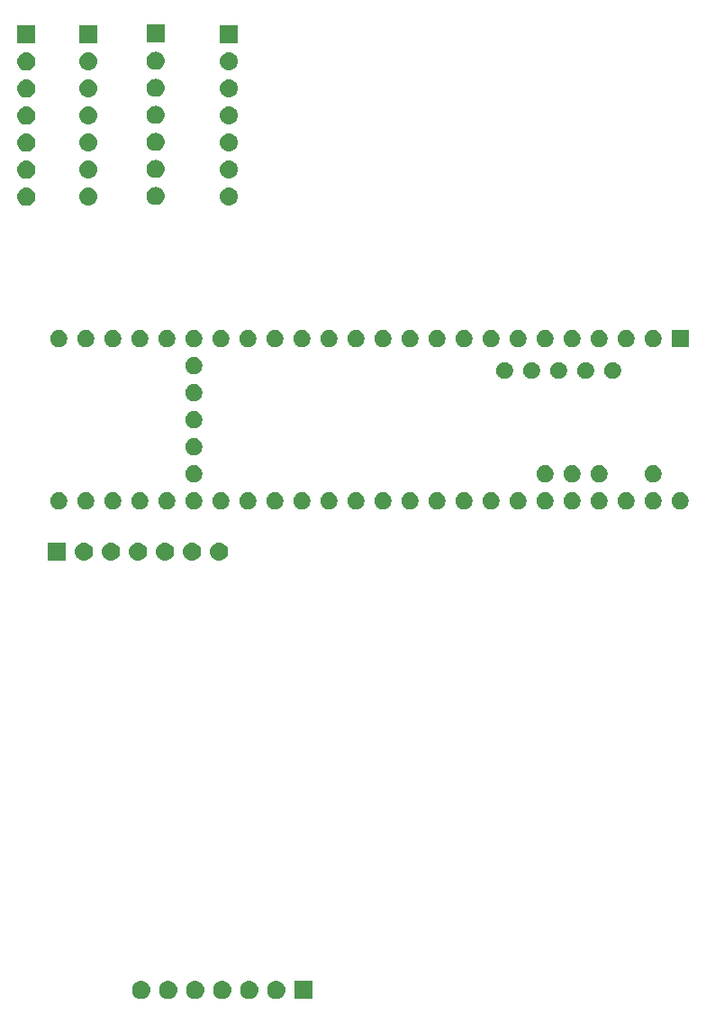
<source format=gbs>
G04 #@! TF.GenerationSoftware,KiCad,Pcbnew,(5.0.1)-4*
G04 #@! TF.CreationDate,2019-12-01T21:58:57-05:00*
G04 #@! TF.ProjectId,new_synth_transistor,6E65775F73796E74685F7472616E7369,rev?*
G04 #@! TF.SameCoordinates,Original*
G04 #@! TF.FileFunction,Soldermask,Bot*
G04 #@! TF.FilePolarity,Negative*
%FSLAX46Y46*%
G04 Gerber Fmt 4.6, Leading zero omitted, Abs format (unit mm)*
G04 Created by KiCad (PCBNEW (5.0.1)-4) date 12/1/2019 9:58:57 PM*
%MOMM*%
%LPD*%
G01*
G04 APERTURE LIST*
%ADD10C,0.100000*%
G04 APERTURE END LIST*
D10*
G36*
X227283270Y-120614939D02*
X227443495Y-120663543D01*
X227591160Y-120742471D01*
X227720589Y-120848691D01*
X227826809Y-120978120D01*
X227905737Y-121125785D01*
X227954341Y-121286010D01*
X227970752Y-121452640D01*
X227954341Y-121619270D01*
X227905737Y-121779495D01*
X227826809Y-121927160D01*
X227720589Y-122056589D01*
X227591160Y-122162809D01*
X227443495Y-122241737D01*
X227283270Y-122290341D01*
X227158392Y-122302640D01*
X227074888Y-122302640D01*
X226950010Y-122290341D01*
X226789785Y-122241737D01*
X226642120Y-122162809D01*
X226512691Y-122056589D01*
X226406471Y-121927160D01*
X226327543Y-121779495D01*
X226278939Y-121619270D01*
X226262528Y-121452640D01*
X226278939Y-121286010D01*
X226327543Y-121125785D01*
X226406471Y-120978120D01*
X226512691Y-120848691D01*
X226642120Y-120742471D01*
X226789785Y-120663543D01*
X226950010Y-120614939D01*
X227074888Y-120602640D01*
X227158392Y-120602640D01*
X227283270Y-120614939D01*
X227283270Y-120614939D01*
G37*
G36*
X229823270Y-120614939D02*
X229983495Y-120663543D01*
X230131160Y-120742471D01*
X230260589Y-120848691D01*
X230366809Y-120978120D01*
X230445737Y-121125785D01*
X230494341Y-121286010D01*
X230510752Y-121452640D01*
X230494341Y-121619270D01*
X230445737Y-121779495D01*
X230366809Y-121927160D01*
X230260589Y-122056589D01*
X230131160Y-122162809D01*
X229983495Y-122241737D01*
X229823270Y-122290341D01*
X229698392Y-122302640D01*
X229614888Y-122302640D01*
X229490010Y-122290341D01*
X229329785Y-122241737D01*
X229182120Y-122162809D01*
X229052691Y-122056589D01*
X228946471Y-121927160D01*
X228867543Y-121779495D01*
X228818939Y-121619270D01*
X228802528Y-121452640D01*
X228818939Y-121286010D01*
X228867543Y-121125785D01*
X228946471Y-120978120D01*
X229052691Y-120848691D01*
X229182120Y-120742471D01*
X229329785Y-120663543D01*
X229490010Y-120614939D01*
X229614888Y-120602640D01*
X229698392Y-120602640D01*
X229823270Y-120614939D01*
X229823270Y-120614939D01*
G37*
G36*
X232363270Y-120614939D02*
X232523495Y-120663543D01*
X232671160Y-120742471D01*
X232800589Y-120848691D01*
X232906809Y-120978120D01*
X232985737Y-121125785D01*
X233034341Y-121286010D01*
X233050752Y-121452640D01*
X233034341Y-121619270D01*
X232985737Y-121779495D01*
X232906809Y-121927160D01*
X232800589Y-122056589D01*
X232671160Y-122162809D01*
X232523495Y-122241737D01*
X232363270Y-122290341D01*
X232238392Y-122302640D01*
X232154888Y-122302640D01*
X232030010Y-122290341D01*
X231869785Y-122241737D01*
X231722120Y-122162809D01*
X231592691Y-122056589D01*
X231486471Y-121927160D01*
X231407543Y-121779495D01*
X231358939Y-121619270D01*
X231342528Y-121452640D01*
X231358939Y-121286010D01*
X231407543Y-121125785D01*
X231486471Y-120978120D01*
X231592691Y-120848691D01*
X231722120Y-120742471D01*
X231869785Y-120663543D01*
X232030010Y-120614939D01*
X232154888Y-120602640D01*
X232238392Y-120602640D01*
X232363270Y-120614939D01*
X232363270Y-120614939D01*
G37*
G36*
X234903270Y-120614939D02*
X235063495Y-120663543D01*
X235211160Y-120742471D01*
X235340589Y-120848691D01*
X235446809Y-120978120D01*
X235525737Y-121125785D01*
X235574341Y-121286010D01*
X235590752Y-121452640D01*
X235574341Y-121619270D01*
X235525737Y-121779495D01*
X235446809Y-121927160D01*
X235340589Y-122056589D01*
X235211160Y-122162809D01*
X235063495Y-122241737D01*
X234903270Y-122290341D01*
X234778392Y-122302640D01*
X234694888Y-122302640D01*
X234570010Y-122290341D01*
X234409785Y-122241737D01*
X234262120Y-122162809D01*
X234132691Y-122056589D01*
X234026471Y-121927160D01*
X233947543Y-121779495D01*
X233898939Y-121619270D01*
X233882528Y-121452640D01*
X233898939Y-121286010D01*
X233947543Y-121125785D01*
X234026471Y-120978120D01*
X234132691Y-120848691D01*
X234262120Y-120742471D01*
X234409785Y-120663543D01*
X234570010Y-120614939D01*
X234694888Y-120602640D01*
X234778392Y-120602640D01*
X234903270Y-120614939D01*
X234903270Y-120614939D01*
G37*
G36*
X237443270Y-120614939D02*
X237603495Y-120663543D01*
X237751160Y-120742471D01*
X237880589Y-120848691D01*
X237986809Y-120978120D01*
X238065737Y-121125785D01*
X238114341Y-121286010D01*
X238130752Y-121452640D01*
X238114341Y-121619270D01*
X238065737Y-121779495D01*
X237986809Y-121927160D01*
X237880589Y-122056589D01*
X237751160Y-122162809D01*
X237603495Y-122241737D01*
X237443270Y-122290341D01*
X237318392Y-122302640D01*
X237234888Y-122302640D01*
X237110010Y-122290341D01*
X236949785Y-122241737D01*
X236802120Y-122162809D01*
X236672691Y-122056589D01*
X236566471Y-121927160D01*
X236487543Y-121779495D01*
X236438939Y-121619270D01*
X236422528Y-121452640D01*
X236438939Y-121286010D01*
X236487543Y-121125785D01*
X236566471Y-120978120D01*
X236672691Y-120848691D01*
X236802120Y-120742471D01*
X236949785Y-120663543D01*
X237110010Y-120614939D01*
X237234888Y-120602640D01*
X237318392Y-120602640D01*
X237443270Y-120614939D01*
X237443270Y-120614939D01*
G37*
G36*
X243206640Y-122302640D02*
X241506640Y-122302640D01*
X241506640Y-120602640D01*
X243206640Y-120602640D01*
X243206640Y-122302640D01*
X243206640Y-122302640D01*
G37*
G36*
X239983270Y-120614939D02*
X240143495Y-120663543D01*
X240291160Y-120742471D01*
X240420589Y-120848691D01*
X240526809Y-120978120D01*
X240605737Y-121125785D01*
X240654341Y-121286010D01*
X240670752Y-121452640D01*
X240654341Y-121619270D01*
X240605737Y-121779495D01*
X240526809Y-121927160D01*
X240420589Y-122056589D01*
X240291160Y-122162809D01*
X240143495Y-122241737D01*
X239983270Y-122290341D01*
X239858392Y-122302640D01*
X239774888Y-122302640D01*
X239650010Y-122290341D01*
X239489785Y-122241737D01*
X239342120Y-122162809D01*
X239212691Y-122056589D01*
X239106471Y-121927160D01*
X239027543Y-121779495D01*
X238978939Y-121619270D01*
X238962528Y-121452640D01*
X238978939Y-121286010D01*
X239027543Y-121125785D01*
X239106471Y-120978120D01*
X239212691Y-120848691D01*
X239342120Y-120742471D01*
X239489785Y-120663543D01*
X239650010Y-120614939D01*
X239774888Y-120602640D01*
X239858392Y-120602640D01*
X239983270Y-120614939D01*
X239983270Y-120614939D01*
G37*
G36*
X220057080Y-81134320D02*
X218357080Y-81134320D01*
X218357080Y-79434320D01*
X220057080Y-79434320D01*
X220057080Y-81134320D01*
X220057080Y-81134320D01*
G37*
G36*
X234613710Y-79446619D02*
X234773935Y-79495223D01*
X234921600Y-79574151D01*
X235051029Y-79680371D01*
X235157249Y-79809800D01*
X235236177Y-79957465D01*
X235284781Y-80117690D01*
X235301192Y-80284320D01*
X235284781Y-80450950D01*
X235236177Y-80611175D01*
X235157249Y-80758840D01*
X235051029Y-80888269D01*
X234921600Y-80994489D01*
X234773935Y-81073417D01*
X234613710Y-81122021D01*
X234488832Y-81134320D01*
X234405328Y-81134320D01*
X234280450Y-81122021D01*
X234120225Y-81073417D01*
X233972560Y-80994489D01*
X233843131Y-80888269D01*
X233736911Y-80758840D01*
X233657983Y-80611175D01*
X233609379Y-80450950D01*
X233592968Y-80284320D01*
X233609379Y-80117690D01*
X233657983Y-79957465D01*
X233736911Y-79809800D01*
X233843131Y-79680371D01*
X233972560Y-79574151D01*
X234120225Y-79495223D01*
X234280450Y-79446619D01*
X234405328Y-79434320D01*
X234488832Y-79434320D01*
X234613710Y-79446619D01*
X234613710Y-79446619D01*
G37*
G36*
X232073710Y-79446619D02*
X232233935Y-79495223D01*
X232381600Y-79574151D01*
X232511029Y-79680371D01*
X232617249Y-79809800D01*
X232696177Y-79957465D01*
X232744781Y-80117690D01*
X232761192Y-80284320D01*
X232744781Y-80450950D01*
X232696177Y-80611175D01*
X232617249Y-80758840D01*
X232511029Y-80888269D01*
X232381600Y-80994489D01*
X232233935Y-81073417D01*
X232073710Y-81122021D01*
X231948832Y-81134320D01*
X231865328Y-81134320D01*
X231740450Y-81122021D01*
X231580225Y-81073417D01*
X231432560Y-80994489D01*
X231303131Y-80888269D01*
X231196911Y-80758840D01*
X231117983Y-80611175D01*
X231069379Y-80450950D01*
X231052968Y-80284320D01*
X231069379Y-80117690D01*
X231117983Y-79957465D01*
X231196911Y-79809800D01*
X231303131Y-79680371D01*
X231432560Y-79574151D01*
X231580225Y-79495223D01*
X231740450Y-79446619D01*
X231865328Y-79434320D01*
X231948832Y-79434320D01*
X232073710Y-79446619D01*
X232073710Y-79446619D01*
G37*
G36*
X229533710Y-79446619D02*
X229693935Y-79495223D01*
X229841600Y-79574151D01*
X229971029Y-79680371D01*
X230077249Y-79809800D01*
X230156177Y-79957465D01*
X230204781Y-80117690D01*
X230221192Y-80284320D01*
X230204781Y-80450950D01*
X230156177Y-80611175D01*
X230077249Y-80758840D01*
X229971029Y-80888269D01*
X229841600Y-80994489D01*
X229693935Y-81073417D01*
X229533710Y-81122021D01*
X229408832Y-81134320D01*
X229325328Y-81134320D01*
X229200450Y-81122021D01*
X229040225Y-81073417D01*
X228892560Y-80994489D01*
X228763131Y-80888269D01*
X228656911Y-80758840D01*
X228577983Y-80611175D01*
X228529379Y-80450950D01*
X228512968Y-80284320D01*
X228529379Y-80117690D01*
X228577983Y-79957465D01*
X228656911Y-79809800D01*
X228763131Y-79680371D01*
X228892560Y-79574151D01*
X229040225Y-79495223D01*
X229200450Y-79446619D01*
X229325328Y-79434320D01*
X229408832Y-79434320D01*
X229533710Y-79446619D01*
X229533710Y-79446619D01*
G37*
G36*
X226993710Y-79446619D02*
X227153935Y-79495223D01*
X227301600Y-79574151D01*
X227431029Y-79680371D01*
X227537249Y-79809800D01*
X227616177Y-79957465D01*
X227664781Y-80117690D01*
X227681192Y-80284320D01*
X227664781Y-80450950D01*
X227616177Y-80611175D01*
X227537249Y-80758840D01*
X227431029Y-80888269D01*
X227301600Y-80994489D01*
X227153935Y-81073417D01*
X226993710Y-81122021D01*
X226868832Y-81134320D01*
X226785328Y-81134320D01*
X226660450Y-81122021D01*
X226500225Y-81073417D01*
X226352560Y-80994489D01*
X226223131Y-80888269D01*
X226116911Y-80758840D01*
X226037983Y-80611175D01*
X225989379Y-80450950D01*
X225972968Y-80284320D01*
X225989379Y-80117690D01*
X226037983Y-79957465D01*
X226116911Y-79809800D01*
X226223131Y-79680371D01*
X226352560Y-79574151D01*
X226500225Y-79495223D01*
X226660450Y-79446619D01*
X226785328Y-79434320D01*
X226868832Y-79434320D01*
X226993710Y-79446619D01*
X226993710Y-79446619D01*
G37*
G36*
X224453710Y-79446619D02*
X224613935Y-79495223D01*
X224761600Y-79574151D01*
X224891029Y-79680371D01*
X224997249Y-79809800D01*
X225076177Y-79957465D01*
X225124781Y-80117690D01*
X225141192Y-80284320D01*
X225124781Y-80450950D01*
X225076177Y-80611175D01*
X224997249Y-80758840D01*
X224891029Y-80888269D01*
X224761600Y-80994489D01*
X224613935Y-81073417D01*
X224453710Y-81122021D01*
X224328832Y-81134320D01*
X224245328Y-81134320D01*
X224120450Y-81122021D01*
X223960225Y-81073417D01*
X223812560Y-80994489D01*
X223683131Y-80888269D01*
X223576911Y-80758840D01*
X223497983Y-80611175D01*
X223449379Y-80450950D01*
X223432968Y-80284320D01*
X223449379Y-80117690D01*
X223497983Y-79957465D01*
X223576911Y-79809800D01*
X223683131Y-79680371D01*
X223812560Y-79574151D01*
X223960225Y-79495223D01*
X224120450Y-79446619D01*
X224245328Y-79434320D01*
X224328832Y-79434320D01*
X224453710Y-79446619D01*
X224453710Y-79446619D01*
G37*
G36*
X221913710Y-79446619D02*
X222073935Y-79495223D01*
X222221600Y-79574151D01*
X222351029Y-79680371D01*
X222457249Y-79809800D01*
X222536177Y-79957465D01*
X222584781Y-80117690D01*
X222601192Y-80284320D01*
X222584781Y-80450950D01*
X222536177Y-80611175D01*
X222457249Y-80758840D01*
X222351029Y-80888269D01*
X222221600Y-80994489D01*
X222073935Y-81073417D01*
X221913710Y-81122021D01*
X221788832Y-81134320D01*
X221705328Y-81134320D01*
X221580450Y-81122021D01*
X221420225Y-81073417D01*
X221272560Y-80994489D01*
X221143131Y-80888269D01*
X221036911Y-80758840D01*
X220957983Y-80611175D01*
X220909379Y-80450950D01*
X220892968Y-80284320D01*
X220909379Y-80117690D01*
X220957983Y-79957465D01*
X221036911Y-79809800D01*
X221143131Y-79680371D01*
X221272560Y-79574151D01*
X221420225Y-79495223D01*
X221580450Y-79446619D01*
X221705328Y-79434320D01*
X221788832Y-79434320D01*
X221913710Y-79446619D01*
X221913710Y-79446619D01*
G37*
G36*
X265328072Y-74729703D02*
X265473661Y-74790008D01*
X265604693Y-74877561D01*
X265716119Y-74988987D01*
X265803672Y-75120019D01*
X265863977Y-75265608D01*
X265894720Y-75420165D01*
X265894720Y-75577755D01*
X265863977Y-75732312D01*
X265803672Y-75877901D01*
X265716119Y-76008933D01*
X265604693Y-76120359D01*
X265473661Y-76207912D01*
X265328072Y-76268217D01*
X265173515Y-76298960D01*
X265015925Y-76298960D01*
X264861368Y-76268217D01*
X264715779Y-76207912D01*
X264584747Y-76120359D01*
X264473321Y-76008933D01*
X264385768Y-75877901D01*
X264325463Y-75732312D01*
X264294720Y-75577755D01*
X264294720Y-75420165D01*
X264325463Y-75265608D01*
X264385768Y-75120019D01*
X264473321Y-74988987D01*
X264584747Y-74877561D01*
X264715779Y-74790008D01*
X264861368Y-74729703D01*
X265015925Y-74698960D01*
X265173515Y-74698960D01*
X265328072Y-74729703D01*
X265328072Y-74729703D01*
G37*
G36*
X278028072Y-74729703D02*
X278173661Y-74790008D01*
X278304693Y-74877561D01*
X278416119Y-74988987D01*
X278503672Y-75120019D01*
X278563977Y-75265608D01*
X278594720Y-75420165D01*
X278594720Y-75577755D01*
X278563977Y-75732312D01*
X278503672Y-75877901D01*
X278416119Y-76008933D01*
X278304693Y-76120359D01*
X278173661Y-76207912D01*
X278028072Y-76268217D01*
X277873515Y-76298960D01*
X277715925Y-76298960D01*
X277561368Y-76268217D01*
X277415779Y-76207912D01*
X277284747Y-76120359D01*
X277173321Y-76008933D01*
X277085768Y-75877901D01*
X277025463Y-75732312D01*
X276994720Y-75577755D01*
X276994720Y-75420165D01*
X277025463Y-75265608D01*
X277085768Y-75120019D01*
X277173321Y-74988987D01*
X277284747Y-74877561D01*
X277415779Y-74790008D01*
X277561368Y-74729703D01*
X277715925Y-74698960D01*
X277873515Y-74698960D01*
X278028072Y-74729703D01*
X278028072Y-74729703D01*
G37*
G36*
X275488072Y-74729703D02*
X275633661Y-74790008D01*
X275764693Y-74877561D01*
X275876119Y-74988987D01*
X275963672Y-75120019D01*
X276023977Y-75265608D01*
X276054720Y-75420165D01*
X276054720Y-75577755D01*
X276023977Y-75732312D01*
X275963672Y-75877901D01*
X275876119Y-76008933D01*
X275764693Y-76120359D01*
X275633661Y-76207912D01*
X275488072Y-76268217D01*
X275333515Y-76298960D01*
X275175925Y-76298960D01*
X275021368Y-76268217D01*
X274875779Y-76207912D01*
X274744747Y-76120359D01*
X274633321Y-76008933D01*
X274545768Y-75877901D01*
X274485463Y-75732312D01*
X274454720Y-75577755D01*
X274454720Y-75420165D01*
X274485463Y-75265608D01*
X274545768Y-75120019D01*
X274633321Y-74988987D01*
X274744747Y-74877561D01*
X274875779Y-74790008D01*
X275021368Y-74729703D01*
X275175925Y-74698960D01*
X275333515Y-74698960D01*
X275488072Y-74729703D01*
X275488072Y-74729703D01*
G37*
G36*
X272948072Y-74729703D02*
X273093661Y-74790008D01*
X273224693Y-74877561D01*
X273336119Y-74988987D01*
X273423672Y-75120019D01*
X273483977Y-75265608D01*
X273514720Y-75420165D01*
X273514720Y-75577755D01*
X273483977Y-75732312D01*
X273423672Y-75877901D01*
X273336119Y-76008933D01*
X273224693Y-76120359D01*
X273093661Y-76207912D01*
X272948072Y-76268217D01*
X272793515Y-76298960D01*
X272635925Y-76298960D01*
X272481368Y-76268217D01*
X272335779Y-76207912D01*
X272204747Y-76120359D01*
X272093321Y-76008933D01*
X272005768Y-75877901D01*
X271945463Y-75732312D01*
X271914720Y-75577755D01*
X271914720Y-75420165D01*
X271945463Y-75265608D01*
X272005768Y-75120019D01*
X272093321Y-74988987D01*
X272204747Y-74877561D01*
X272335779Y-74790008D01*
X272481368Y-74729703D01*
X272635925Y-74698960D01*
X272793515Y-74698960D01*
X272948072Y-74729703D01*
X272948072Y-74729703D01*
G37*
G36*
X270408072Y-74729703D02*
X270553661Y-74790008D01*
X270684693Y-74877561D01*
X270796119Y-74988987D01*
X270883672Y-75120019D01*
X270943977Y-75265608D01*
X270974720Y-75420165D01*
X270974720Y-75577755D01*
X270943977Y-75732312D01*
X270883672Y-75877901D01*
X270796119Y-76008933D01*
X270684693Y-76120359D01*
X270553661Y-76207912D01*
X270408072Y-76268217D01*
X270253515Y-76298960D01*
X270095925Y-76298960D01*
X269941368Y-76268217D01*
X269795779Y-76207912D01*
X269664747Y-76120359D01*
X269553321Y-76008933D01*
X269465768Y-75877901D01*
X269405463Y-75732312D01*
X269374720Y-75577755D01*
X269374720Y-75420165D01*
X269405463Y-75265608D01*
X269465768Y-75120019D01*
X269553321Y-74988987D01*
X269664747Y-74877561D01*
X269795779Y-74790008D01*
X269941368Y-74729703D01*
X270095925Y-74698960D01*
X270253515Y-74698960D01*
X270408072Y-74729703D01*
X270408072Y-74729703D01*
G37*
G36*
X267868072Y-74729703D02*
X268013661Y-74790008D01*
X268144693Y-74877561D01*
X268256119Y-74988987D01*
X268343672Y-75120019D01*
X268403977Y-75265608D01*
X268434720Y-75420165D01*
X268434720Y-75577755D01*
X268403977Y-75732312D01*
X268343672Y-75877901D01*
X268256119Y-76008933D01*
X268144693Y-76120359D01*
X268013661Y-76207912D01*
X267868072Y-76268217D01*
X267713515Y-76298960D01*
X267555925Y-76298960D01*
X267401368Y-76268217D01*
X267255779Y-76207912D01*
X267124747Y-76120359D01*
X267013321Y-76008933D01*
X266925768Y-75877901D01*
X266865463Y-75732312D01*
X266834720Y-75577755D01*
X266834720Y-75420165D01*
X266865463Y-75265608D01*
X266925768Y-75120019D01*
X267013321Y-74988987D01*
X267124747Y-74877561D01*
X267255779Y-74790008D01*
X267401368Y-74729703D01*
X267555925Y-74698960D01*
X267713515Y-74698960D01*
X267868072Y-74729703D01*
X267868072Y-74729703D01*
G37*
G36*
X262788072Y-74729703D02*
X262933661Y-74790008D01*
X263064693Y-74877561D01*
X263176119Y-74988987D01*
X263263672Y-75120019D01*
X263323977Y-75265608D01*
X263354720Y-75420165D01*
X263354720Y-75577755D01*
X263323977Y-75732312D01*
X263263672Y-75877901D01*
X263176119Y-76008933D01*
X263064693Y-76120359D01*
X262933661Y-76207912D01*
X262788072Y-76268217D01*
X262633515Y-76298960D01*
X262475925Y-76298960D01*
X262321368Y-76268217D01*
X262175779Y-76207912D01*
X262044747Y-76120359D01*
X261933321Y-76008933D01*
X261845768Y-75877901D01*
X261785463Y-75732312D01*
X261754720Y-75577755D01*
X261754720Y-75420165D01*
X261785463Y-75265608D01*
X261845768Y-75120019D01*
X261933321Y-74988987D01*
X262044747Y-74877561D01*
X262175779Y-74790008D01*
X262321368Y-74729703D01*
X262475925Y-74698960D01*
X262633515Y-74698960D01*
X262788072Y-74729703D01*
X262788072Y-74729703D01*
G37*
G36*
X260248072Y-74729703D02*
X260393661Y-74790008D01*
X260524693Y-74877561D01*
X260636119Y-74988987D01*
X260723672Y-75120019D01*
X260783977Y-75265608D01*
X260814720Y-75420165D01*
X260814720Y-75577755D01*
X260783977Y-75732312D01*
X260723672Y-75877901D01*
X260636119Y-76008933D01*
X260524693Y-76120359D01*
X260393661Y-76207912D01*
X260248072Y-76268217D01*
X260093515Y-76298960D01*
X259935925Y-76298960D01*
X259781368Y-76268217D01*
X259635779Y-76207912D01*
X259504747Y-76120359D01*
X259393321Y-76008933D01*
X259305768Y-75877901D01*
X259245463Y-75732312D01*
X259214720Y-75577755D01*
X259214720Y-75420165D01*
X259245463Y-75265608D01*
X259305768Y-75120019D01*
X259393321Y-74988987D01*
X259504747Y-74877561D01*
X259635779Y-74790008D01*
X259781368Y-74729703D01*
X259935925Y-74698960D01*
X260093515Y-74698960D01*
X260248072Y-74729703D01*
X260248072Y-74729703D01*
G37*
G36*
X257708072Y-74729703D02*
X257853661Y-74790008D01*
X257984693Y-74877561D01*
X258096119Y-74988987D01*
X258183672Y-75120019D01*
X258243977Y-75265608D01*
X258274720Y-75420165D01*
X258274720Y-75577755D01*
X258243977Y-75732312D01*
X258183672Y-75877901D01*
X258096119Y-76008933D01*
X257984693Y-76120359D01*
X257853661Y-76207912D01*
X257708072Y-76268217D01*
X257553515Y-76298960D01*
X257395925Y-76298960D01*
X257241368Y-76268217D01*
X257095779Y-76207912D01*
X256964747Y-76120359D01*
X256853321Y-76008933D01*
X256765768Y-75877901D01*
X256705463Y-75732312D01*
X256674720Y-75577755D01*
X256674720Y-75420165D01*
X256705463Y-75265608D01*
X256765768Y-75120019D01*
X256853321Y-74988987D01*
X256964747Y-74877561D01*
X257095779Y-74790008D01*
X257241368Y-74729703D01*
X257395925Y-74698960D01*
X257553515Y-74698960D01*
X257708072Y-74729703D01*
X257708072Y-74729703D01*
G37*
G36*
X222148072Y-74729703D02*
X222293661Y-74790008D01*
X222424693Y-74877561D01*
X222536119Y-74988987D01*
X222623672Y-75120019D01*
X222683977Y-75265608D01*
X222714720Y-75420165D01*
X222714720Y-75577755D01*
X222683977Y-75732312D01*
X222623672Y-75877901D01*
X222536119Y-76008933D01*
X222424693Y-76120359D01*
X222293661Y-76207912D01*
X222148072Y-76268217D01*
X221993515Y-76298960D01*
X221835925Y-76298960D01*
X221681368Y-76268217D01*
X221535779Y-76207912D01*
X221404747Y-76120359D01*
X221293321Y-76008933D01*
X221205768Y-75877901D01*
X221145463Y-75732312D01*
X221114720Y-75577755D01*
X221114720Y-75420165D01*
X221145463Y-75265608D01*
X221205768Y-75120019D01*
X221293321Y-74988987D01*
X221404747Y-74877561D01*
X221535779Y-74790008D01*
X221681368Y-74729703D01*
X221835925Y-74698960D01*
X221993515Y-74698960D01*
X222148072Y-74729703D01*
X222148072Y-74729703D01*
G37*
G36*
X224688072Y-74729703D02*
X224833661Y-74790008D01*
X224964693Y-74877561D01*
X225076119Y-74988987D01*
X225163672Y-75120019D01*
X225223977Y-75265608D01*
X225254720Y-75420165D01*
X225254720Y-75577755D01*
X225223977Y-75732312D01*
X225163672Y-75877901D01*
X225076119Y-76008933D01*
X224964693Y-76120359D01*
X224833661Y-76207912D01*
X224688072Y-76268217D01*
X224533515Y-76298960D01*
X224375925Y-76298960D01*
X224221368Y-76268217D01*
X224075779Y-76207912D01*
X223944747Y-76120359D01*
X223833321Y-76008933D01*
X223745768Y-75877901D01*
X223685463Y-75732312D01*
X223654720Y-75577755D01*
X223654720Y-75420165D01*
X223685463Y-75265608D01*
X223745768Y-75120019D01*
X223833321Y-74988987D01*
X223944747Y-74877561D01*
X224075779Y-74790008D01*
X224221368Y-74729703D01*
X224375925Y-74698960D01*
X224533515Y-74698960D01*
X224688072Y-74729703D01*
X224688072Y-74729703D01*
G37*
G36*
X227228072Y-74729703D02*
X227373661Y-74790008D01*
X227504693Y-74877561D01*
X227616119Y-74988987D01*
X227703672Y-75120019D01*
X227763977Y-75265608D01*
X227794720Y-75420165D01*
X227794720Y-75577755D01*
X227763977Y-75732312D01*
X227703672Y-75877901D01*
X227616119Y-76008933D01*
X227504693Y-76120359D01*
X227373661Y-76207912D01*
X227228072Y-76268217D01*
X227073515Y-76298960D01*
X226915925Y-76298960D01*
X226761368Y-76268217D01*
X226615779Y-76207912D01*
X226484747Y-76120359D01*
X226373321Y-76008933D01*
X226285768Y-75877901D01*
X226225463Y-75732312D01*
X226194720Y-75577755D01*
X226194720Y-75420165D01*
X226225463Y-75265608D01*
X226285768Y-75120019D01*
X226373321Y-74988987D01*
X226484747Y-74877561D01*
X226615779Y-74790008D01*
X226761368Y-74729703D01*
X226915925Y-74698960D01*
X227073515Y-74698960D01*
X227228072Y-74729703D01*
X227228072Y-74729703D01*
G37*
G36*
X252628072Y-74729703D02*
X252773661Y-74790008D01*
X252904693Y-74877561D01*
X253016119Y-74988987D01*
X253103672Y-75120019D01*
X253163977Y-75265608D01*
X253194720Y-75420165D01*
X253194720Y-75577755D01*
X253163977Y-75732312D01*
X253103672Y-75877901D01*
X253016119Y-76008933D01*
X252904693Y-76120359D01*
X252773661Y-76207912D01*
X252628072Y-76268217D01*
X252473515Y-76298960D01*
X252315925Y-76298960D01*
X252161368Y-76268217D01*
X252015779Y-76207912D01*
X251884747Y-76120359D01*
X251773321Y-76008933D01*
X251685768Y-75877901D01*
X251625463Y-75732312D01*
X251594720Y-75577755D01*
X251594720Y-75420165D01*
X251625463Y-75265608D01*
X251685768Y-75120019D01*
X251773321Y-74988987D01*
X251884747Y-74877561D01*
X252015779Y-74790008D01*
X252161368Y-74729703D01*
X252315925Y-74698960D01*
X252473515Y-74698960D01*
X252628072Y-74729703D01*
X252628072Y-74729703D01*
G37*
G36*
X229768072Y-74729703D02*
X229913661Y-74790008D01*
X230044693Y-74877561D01*
X230156119Y-74988987D01*
X230243672Y-75120019D01*
X230303977Y-75265608D01*
X230334720Y-75420165D01*
X230334720Y-75577755D01*
X230303977Y-75732312D01*
X230243672Y-75877901D01*
X230156119Y-76008933D01*
X230044693Y-76120359D01*
X229913661Y-76207912D01*
X229768072Y-76268217D01*
X229613515Y-76298960D01*
X229455925Y-76298960D01*
X229301368Y-76268217D01*
X229155779Y-76207912D01*
X229024747Y-76120359D01*
X228913321Y-76008933D01*
X228825768Y-75877901D01*
X228765463Y-75732312D01*
X228734720Y-75577755D01*
X228734720Y-75420165D01*
X228765463Y-75265608D01*
X228825768Y-75120019D01*
X228913321Y-74988987D01*
X229024747Y-74877561D01*
X229155779Y-74790008D01*
X229301368Y-74729703D01*
X229455925Y-74698960D01*
X229613515Y-74698960D01*
X229768072Y-74729703D01*
X229768072Y-74729703D01*
G37*
G36*
X219608072Y-74729703D02*
X219753661Y-74790008D01*
X219884693Y-74877561D01*
X219996119Y-74988987D01*
X220083672Y-75120019D01*
X220143977Y-75265608D01*
X220174720Y-75420165D01*
X220174720Y-75577755D01*
X220143977Y-75732312D01*
X220083672Y-75877901D01*
X219996119Y-76008933D01*
X219884693Y-76120359D01*
X219753661Y-76207912D01*
X219608072Y-76268217D01*
X219453515Y-76298960D01*
X219295925Y-76298960D01*
X219141368Y-76268217D01*
X218995779Y-76207912D01*
X218864747Y-76120359D01*
X218753321Y-76008933D01*
X218665768Y-75877901D01*
X218605463Y-75732312D01*
X218574720Y-75577755D01*
X218574720Y-75420165D01*
X218605463Y-75265608D01*
X218665768Y-75120019D01*
X218753321Y-74988987D01*
X218864747Y-74877561D01*
X218995779Y-74790008D01*
X219141368Y-74729703D01*
X219295925Y-74698960D01*
X219453515Y-74698960D01*
X219608072Y-74729703D01*
X219608072Y-74729703D01*
G37*
G36*
X250088072Y-74729703D02*
X250233661Y-74790008D01*
X250364693Y-74877561D01*
X250476119Y-74988987D01*
X250563672Y-75120019D01*
X250623977Y-75265608D01*
X250654720Y-75420165D01*
X250654720Y-75577755D01*
X250623977Y-75732312D01*
X250563672Y-75877901D01*
X250476119Y-76008933D01*
X250364693Y-76120359D01*
X250233661Y-76207912D01*
X250088072Y-76268217D01*
X249933515Y-76298960D01*
X249775925Y-76298960D01*
X249621368Y-76268217D01*
X249475779Y-76207912D01*
X249344747Y-76120359D01*
X249233321Y-76008933D01*
X249145768Y-75877901D01*
X249085463Y-75732312D01*
X249054720Y-75577755D01*
X249054720Y-75420165D01*
X249085463Y-75265608D01*
X249145768Y-75120019D01*
X249233321Y-74988987D01*
X249344747Y-74877561D01*
X249475779Y-74790008D01*
X249621368Y-74729703D01*
X249775925Y-74698960D01*
X249933515Y-74698960D01*
X250088072Y-74729703D01*
X250088072Y-74729703D01*
G37*
G36*
X247548072Y-74729703D02*
X247693661Y-74790008D01*
X247824693Y-74877561D01*
X247936119Y-74988987D01*
X248023672Y-75120019D01*
X248083977Y-75265608D01*
X248114720Y-75420165D01*
X248114720Y-75577755D01*
X248083977Y-75732312D01*
X248023672Y-75877901D01*
X247936119Y-76008933D01*
X247824693Y-76120359D01*
X247693661Y-76207912D01*
X247548072Y-76268217D01*
X247393515Y-76298960D01*
X247235925Y-76298960D01*
X247081368Y-76268217D01*
X246935779Y-76207912D01*
X246804747Y-76120359D01*
X246693321Y-76008933D01*
X246605768Y-75877901D01*
X246545463Y-75732312D01*
X246514720Y-75577755D01*
X246514720Y-75420165D01*
X246545463Y-75265608D01*
X246605768Y-75120019D01*
X246693321Y-74988987D01*
X246804747Y-74877561D01*
X246935779Y-74790008D01*
X247081368Y-74729703D01*
X247235925Y-74698960D01*
X247393515Y-74698960D01*
X247548072Y-74729703D01*
X247548072Y-74729703D01*
G37*
G36*
X245008072Y-74729703D02*
X245153661Y-74790008D01*
X245284693Y-74877561D01*
X245396119Y-74988987D01*
X245483672Y-75120019D01*
X245543977Y-75265608D01*
X245574720Y-75420165D01*
X245574720Y-75577755D01*
X245543977Y-75732312D01*
X245483672Y-75877901D01*
X245396119Y-76008933D01*
X245284693Y-76120359D01*
X245153661Y-76207912D01*
X245008072Y-76268217D01*
X244853515Y-76298960D01*
X244695925Y-76298960D01*
X244541368Y-76268217D01*
X244395779Y-76207912D01*
X244264747Y-76120359D01*
X244153321Y-76008933D01*
X244065768Y-75877901D01*
X244005463Y-75732312D01*
X243974720Y-75577755D01*
X243974720Y-75420165D01*
X244005463Y-75265608D01*
X244065768Y-75120019D01*
X244153321Y-74988987D01*
X244264747Y-74877561D01*
X244395779Y-74790008D01*
X244541368Y-74729703D01*
X244695925Y-74698960D01*
X244853515Y-74698960D01*
X245008072Y-74729703D01*
X245008072Y-74729703D01*
G37*
G36*
X255168072Y-74729703D02*
X255313661Y-74790008D01*
X255444693Y-74877561D01*
X255556119Y-74988987D01*
X255643672Y-75120019D01*
X255703977Y-75265608D01*
X255734720Y-75420165D01*
X255734720Y-75577755D01*
X255703977Y-75732312D01*
X255643672Y-75877901D01*
X255556119Y-76008933D01*
X255444693Y-76120359D01*
X255313661Y-76207912D01*
X255168072Y-76268217D01*
X255013515Y-76298960D01*
X254855925Y-76298960D01*
X254701368Y-76268217D01*
X254555779Y-76207912D01*
X254424747Y-76120359D01*
X254313321Y-76008933D01*
X254225768Y-75877901D01*
X254165463Y-75732312D01*
X254134720Y-75577755D01*
X254134720Y-75420165D01*
X254165463Y-75265608D01*
X254225768Y-75120019D01*
X254313321Y-74988987D01*
X254424747Y-74877561D01*
X254555779Y-74790008D01*
X254701368Y-74729703D01*
X254855925Y-74698960D01*
X255013515Y-74698960D01*
X255168072Y-74729703D01*
X255168072Y-74729703D01*
G37*
G36*
X242468072Y-74729703D02*
X242613661Y-74790008D01*
X242744693Y-74877561D01*
X242856119Y-74988987D01*
X242943672Y-75120019D01*
X243003977Y-75265608D01*
X243034720Y-75420165D01*
X243034720Y-75577755D01*
X243003977Y-75732312D01*
X242943672Y-75877901D01*
X242856119Y-76008933D01*
X242744693Y-76120359D01*
X242613661Y-76207912D01*
X242468072Y-76268217D01*
X242313515Y-76298960D01*
X242155925Y-76298960D01*
X242001368Y-76268217D01*
X241855779Y-76207912D01*
X241724747Y-76120359D01*
X241613321Y-76008933D01*
X241525768Y-75877901D01*
X241465463Y-75732312D01*
X241434720Y-75577755D01*
X241434720Y-75420165D01*
X241465463Y-75265608D01*
X241525768Y-75120019D01*
X241613321Y-74988987D01*
X241724747Y-74877561D01*
X241855779Y-74790008D01*
X242001368Y-74729703D01*
X242155925Y-74698960D01*
X242313515Y-74698960D01*
X242468072Y-74729703D01*
X242468072Y-74729703D01*
G37*
G36*
X239928072Y-74729703D02*
X240073661Y-74790008D01*
X240204693Y-74877561D01*
X240316119Y-74988987D01*
X240403672Y-75120019D01*
X240463977Y-75265608D01*
X240494720Y-75420165D01*
X240494720Y-75577755D01*
X240463977Y-75732312D01*
X240403672Y-75877901D01*
X240316119Y-76008933D01*
X240204693Y-76120359D01*
X240073661Y-76207912D01*
X239928072Y-76268217D01*
X239773515Y-76298960D01*
X239615925Y-76298960D01*
X239461368Y-76268217D01*
X239315779Y-76207912D01*
X239184747Y-76120359D01*
X239073321Y-76008933D01*
X238985768Y-75877901D01*
X238925463Y-75732312D01*
X238894720Y-75577755D01*
X238894720Y-75420165D01*
X238925463Y-75265608D01*
X238985768Y-75120019D01*
X239073321Y-74988987D01*
X239184747Y-74877561D01*
X239315779Y-74790008D01*
X239461368Y-74729703D01*
X239615925Y-74698960D01*
X239773515Y-74698960D01*
X239928072Y-74729703D01*
X239928072Y-74729703D01*
G37*
G36*
X237388072Y-74729703D02*
X237533661Y-74790008D01*
X237664693Y-74877561D01*
X237776119Y-74988987D01*
X237863672Y-75120019D01*
X237923977Y-75265608D01*
X237954720Y-75420165D01*
X237954720Y-75577755D01*
X237923977Y-75732312D01*
X237863672Y-75877901D01*
X237776119Y-76008933D01*
X237664693Y-76120359D01*
X237533661Y-76207912D01*
X237388072Y-76268217D01*
X237233515Y-76298960D01*
X237075925Y-76298960D01*
X236921368Y-76268217D01*
X236775779Y-76207912D01*
X236644747Y-76120359D01*
X236533321Y-76008933D01*
X236445768Y-75877901D01*
X236385463Y-75732312D01*
X236354720Y-75577755D01*
X236354720Y-75420165D01*
X236385463Y-75265608D01*
X236445768Y-75120019D01*
X236533321Y-74988987D01*
X236644747Y-74877561D01*
X236775779Y-74790008D01*
X236921368Y-74729703D01*
X237075925Y-74698960D01*
X237233515Y-74698960D01*
X237388072Y-74729703D01*
X237388072Y-74729703D01*
G37*
G36*
X234848072Y-74729703D02*
X234993661Y-74790008D01*
X235124693Y-74877561D01*
X235236119Y-74988987D01*
X235323672Y-75120019D01*
X235383977Y-75265608D01*
X235414720Y-75420165D01*
X235414720Y-75577755D01*
X235383977Y-75732312D01*
X235323672Y-75877901D01*
X235236119Y-76008933D01*
X235124693Y-76120359D01*
X234993661Y-76207912D01*
X234848072Y-76268217D01*
X234693515Y-76298960D01*
X234535925Y-76298960D01*
X234381368Y-76268217D01*
X234235779Y-76207912D01*
X234104747Y-76120359D01*
X233993321Y-76008933D01*
X233905768Y-75877901D01*
X233845463Y-75732312D01*
X233814720Y-75577755D01*
X233814720Y-75420165D01*
X233845463Y-75265608D01*
X233905768Y-75120019D01*
X233993321Y-74988987D01*
X234104747Y-74877561D01*
X234235779Y-74790008D01*
X234381368Y-74729703D01*
X234535925Y-74698960D01*
X234693515Y-74698960D01*
X234848072Y-74729703D01*
X234848072Y-74729703D01*
G37*
G36*
X232308072Y-74729703D02*
X232453661Y-74790008D01*
X232584693Y-74877561D01*
X232696119Y-74988987D01*
X232783672Y-75120019D01*
X232843977Y-75265608D01*
X232874720Y-75420165D01*
X232874720Y-75577755D01*
X232843977Y-75732312D01*
X232783672Y-75877901D01*
X232696119Y-76008933D01*
X232584693Y-76120359D01*
X232453661Y-76207912D01*
X232308072Y-76268217D01*
X232153515Y-76298960D01*
X231995925Y-76298960D01*
X231841368Y-76268217D01*
X231695779Y-76207912D01*
X231564747Y-76120359D01*
X231453321Y-76008933D01*
X231365768Y-75877901D01*
X231305463Y-75732312D01*
X231274720Y-75577755D01*
X231274720Y-75420165D01*
X231305463Y-75265608D01*
X231365768Y-75120019D01*
X231453321Y-74988987D01*
X231564747Y-74877561D01*
X231695779Y-74790008D01*
X231841368Y-74729703D01*
X231995925Y-74698960D01*
X232153515Y-74698960D01*
X232308072Y-74729703D01*
X232308072Y-74729703D01*
G37*
G36*
X270408072Y-72189703D02*
X270553661Y-72250008D01*
X270684693Y-72337561D01*
X270796119Y-72448987D01*
X270883672Y-72580019D01*
X270943977Y-72725608D01*
X270974720Y-72880165D01*
X270974720Y-73037755D01*
X270943977Y-73192312D01*
X270883672Y-73337901D01*
X270796119Y-73468933D01*
X270684693Y-73580359D01*
X270553661Y-73667912D01*
X270408072Y-73728217D01*
X270253515Y-73758960D01*
X270095925Y-73758960D01*
X269941368Y-73728217D01*
X269795779Y-73667912D01*
X269664747Y-73580359D01*
X269553321Y-73468933D01*
X269465768Y-73337901D01*
X269405463Y-73192312D01*
X269374720Y-73037755D01*
X269374720Y-72880165D01*
X269405463Y-72725608D01*
X269465768Y-72580019D01*
X269553321Y-72448987D01*
X269664747Y-72337561D01*
X269795779Y-72250008D01*
X269941368Y-72189703D01*
X270095925Y-72158960D01*
X270253515Y-72158960D01*
X270408072Y-72189703D01*
X270408072Y-72189703D01*
G37*
G36*
X275488072Y-72189703D02*
X275633661Y-72250008D01*
X275764693Y-72337561D01*
X275876119Y-72448987D01*
X275963672Y-72580019D01*
X276023977Y-72725608D01*
X276054720Y-72880165D01*
X276054720Y-73037755D01*
X276023977Y-73192312D01*
X275963672Y-73337901D01*
X275876119Y-73468933D01*
X275764693Y-73580359D01*
X275633661Y-73667912D01*
X275488072Y-73728217D01*
X275333515Y-73758960D01*
X275175925Y-73758960D01*
X275021368Y-73728217D01*
X274875779Y-73667912D01*
X274744747Y-73580359D01*
X274633321Y-73468933D01*
X274545768Y-73337901D01*
X274485463Y-73192312D01*
X274454720Y-73037755D01*
X274454720Y-72880165D01*
X274485463Y-72725608D01*
X274545768Y-72580019D01*
X274633321Y-72448987D01*
X274744747Y-72337561D01*
X274875779Y-72250008D01*
X275021368Y-72189703D01*
X275175925Y-72158960D01*
X275333515Y-72158960D01*
X275488072Y-72189703D01*
X275488072Y-72189703D01*
G37*
G36*
X267868072Y-72189703D02*
X268013661Y-72250008D01*
X268144693Y-72337561D01*
X268256119Y-72448987D01*
X268343672Y-72580019D01*
X268403977Y-72725608D01*
X268434720Y-72880165D01*
X268434720Y-73037755D01*
X268403977Y-73192312D01*
X268343672Y-73337901D01*
X268256119Y-73468933D01*
X268144693Y-73580359D01*
X268013661Y-73667912D01*
X267868072Y-73728217D01*
X267713515Y-73758960D01*
X267555925Y-73758960D01*
X267401368Y-73728217D01*
X267255779Y-73667912D01*
X267124747Y-73580359D01*
X267013321Y-73468933D01*
X266925768Y-73337901D01*
X266865463Y-73192312D01*
X266834720Y-73037755D01*
X266834720Y-72880165D01*
X266865463Y-72725608D01*
X266925768Y-72580019D01*
X267013321Y-72448987D01*
X267124747Y-72337561D01*
X267255779Y-72250008D01*
X267401368Y-72189703D01*
X267555925Y-72158960D01*
X267713515Y-72158960D01*
X267868072Y-72189703D01*
X267868072Y-72189703D01*
G37*
G36*
X265328072Y-72189703D02*
X265473661Y-72250008D01*
X265604693Y-72337561D01*
X265716119Y-72448987D01*
X265803672Y-72580019D01*
X265863977Y-72725608D01*
X265894720Y-72880165D01*
X265894720Y-73037755D01*
X265863977Y-73192312D01*
X265803672Y-73337901D01*
X265716119Y-73468933D01*
X265604693Y-73580359D01*
X265473661Y-73667912D01*
X265328072Y-73728217D01*
X265173515Y-73758960D01*
X265015925Y-73758960D01*
X264861368Y-73728217D01*
X264715779Y-73667912D01*
X264584747Y-73580359D01*
X264473321Y-73468933D01*
X264385768Y-73337901D01*
X264325463Y-73192312D01*
X264294720Y-73037755D01*
X264294720Y-72880165D01*
X264325463Y-72725608D01*
X264385768Y-72580019D01*
X264473321Y-72448987D01*
X264584747Y-72337561D01*
X264715779Y-72250008D01*
X264861368Y-72189703D01*
X265015925Y-72158960D01*
X265173515Y-72158960D01*
X265328072Y-72189703D01*
X265328072Y-72189703D01*
G37*
G36*
X232308072Y-72189703D02*
X232453661Y-72250008D01*
X232584693Y-72337561D01*
X232696119Y-72448987D01*
X232783672Y-72580019D01*
X232843977Y-72725608D01*
X232874720Y-72880165D01*
X232874720Y-73037755D01*
X232843977Y-73192312D01*
X232783672Y-73337901D01*
X232696119Y-73468933D01*
X232584693Y-73580359D01*
X232453661Y-73667912D01*
X232308072Y-73728217D01*
X232153515Y-73758960D01*
X231995925Y-73758960D01*
X231841368Y-73728217D01*
X231695779Y-73667912D01*
X231564747Y-73580359D01*
X231453321Y-73468933D01*
X231365768Y-73337901D01*
X231305463Y-73192312D01*
X231274720Y-73037755D01*
X231274720Y-72880165D01*
X231305463Y-72725608D01*
X231365768Y-72580019D01*
X231453321Y-72448987D01*
X231564747Y-72337561D01*
X231695779Y-72250008D01*
X231841368Y-72189703D01*
X231995925Y-72158960D01*
X232153515Y-72158960D01*
X232308072Y-72189703D01*
X232308072Y-72189703D01*
G37*
G36*
X232308072Y-69649703D02*
X232453661Y-69710008D01*
X232584693Y-69797561D01*
X232696119Y-69908987D01*
X232783672Y-70040019D01*
X232843977Y-70185608D01*
X232874720Y-70340165D01*
X232874720Y-70497755D01*
X232843977Y-70652312D01*
X232783672Y-70797901D01*
X232696119Y-70928933D01*
X232584693Y-71040359D01*
X232453661Y-71127912D01*
X232308072Y-71188217D01*
X232153515Y-71218960D01*
X231995925Y-71218960D01*
X231841368Y-71188217D01*
X231695779Y-71127912D01*
X231564747Y-71040359D01*
X231453321Y-70928933D01*
X231365768Y-70797901D01*
X231305463Y-70652312D01*
X231274720Y-70497755D01*
X231274720Y-70340165D01*
X231305463Y-70185608D01*
X231365768Y-70040019D01*
X231453321Y-69908987D01*
X231564747Y-69797561D01*
X231695779Y-69710008D01*
X231841368Y-69649703D01*
X231995925Y-69618960D01*
X232153515Y-69618960D01*
X232308072Y-69649703D01*
X232308072Y-69649703D01*
G37*
G36*
X232308072Y-67109703D02*
X232453661Y-67170008D01*
X232584693Y-67257561D01*
X232696119Y-67368987D01*
X232783672Y-67500019D01*
X232843977Y-67645608D01*
X232874720Y-67800165D01*
X232874720Y-67957755D01*
X232843977Y-68112312D01*
X232783672Y-68257901D01*
X232696119Y-68388933D01*
X232584693Y-68500359D01*
X232453661Y-68587912D01*
X232308072Y-68648217D01*
X232153515Y-68678960D01*
X231995925Y-68678960D01*
X231841368Y-68648217D01*
X231695779Y-68587912D01*
X231564747Y-68500359D01*
X231453321Y-68388933D01*
X231365768Y-68257901D01*
X231305463Y-68112312D01*
X231274720Y-67957755D01*
X231274720Y-67800165D01*
X231305463Y-67645608D01*
X231365768Y-67500019D01*
X231453321Y-67368987D01*
X231564747Y-67257561D01*
X231695779Y-67170008D01*
X231841368Y-67109703D01*
X231995925Y-67078960D01*
X232153515Y-67078960D01*
X232308072Y-67109703D01*
X232308072Y-67109703D01*
G37*
G36*
X232308072Y-64569703D02*
X232453661Y-64630008D01*
X232584693Y-64717561D01*
X232696119Y-64828987D01*
X232783672Y-64960019D01*
X232843977Y-65105608D01*
X232874720Y-65260165D01*
X232874720Y-65417755D01*
X232843977Y-65572312D01*
X232783672Y-65717901D01*
X232696119Y-65848933D01*
X232584693Y-65960359D01*
X232453661Y-66047912D01*
X232308072Y-66108217D01*
X232153515Y-66138960D01*
X231995925Y-66138960D01*
X231841368Y-66108217D01*
X231695779Y-66047912D01*
X231564747Y-65960359D01*
X231453321Y-65848933D01*
X231365768Y-65717901D01*
X231305463Y-65572312D01*
X231274720Y-65417755D01*
X231274720Y-65260165D01*
X231305463Y-65105608D01*
X231365768Y-64960019D01*
X231453321Y-64828987D01*
X231564747Y-64717561D01*
X231695779Y-64630008D01*
X231841368Y-64569703D01*
X231995925Y-64538960D01*
X232153515Y-64538960D01*
X232308072Y-64569703D01*
X232308072Y-64569703D01*
G37*
G36*
X266598072Y-62489703D02*
X266743661Y-62550008D01*
X266874693Y-62637561D01*
X266986119Y-62748987D01*
X267073672Y-62880019D01*
X267133977Y-63025608D01*
X267164720Y-63180165D01*
X267164720Y-63337755D01*
X267133977Y-63492312D01*
X267073672Y-63637901D01*
X266986119Y-63768933D01*
X266874693Y-63880359D01*
X266743661Y-63967912D01*
X266598072Y-64028217D01*
X266443515Y-64058960D01*
X266285925Y-64058960D01*
X266131368Y-64028217D01*
X265985779Y-63967912D01*
X265854747Y-63880359D01*
X265743321Y-63768933D01*
X265655768Y-63637901D01*
X265595463Y-63492312D01*
X265564720Y-63337755D01*
X265564720Y-63180165D01*
X265595463Y-63025608D01*
X265655768Y-62880019D01*
X265743321Y-62748987D01*
X265854747Y-62637561D01*
X265985779Y-62550008D01*
X266131368Y-62489703D01*
X266285925Y-62458960D01*
X266443515Y-62458960D01*
X266598072Y-62489703D01*
X266598072Y-62489703D01*
G37*
G36*
X271678072Y-62489703D02*
X271823661Y-62550008D01*
X271954693Y-62637561D01*
X272066119Y-62748987D01*
X272153672Y-62880019D01*
X272213977Y-63025608D01*
X272244720Y-63180165D01*
X272244720Y-63337755D01*
X272213977Y-63492312D01*
X272153672Y-63637901D01*
X272066119Y-63768933D01*
X271954693Y-63880359D01*
X271823661Y-63967912D01*
X271678072Y-64028217D01*
X271523515Y-64058960D01*
X271365925Y-64058960D01*
X271211368Y-64028217D01*
X271065779Y-63967912D01*
X270934747Y-63880359D01*
X270823321Y-63768933D01*
X270735768Y-63637901D01*
X270675463Y-63492312D01*
X270644720Y-63337755D01*
X270644720Y-63180165D01*
X270675463Y-63025608D01*
X270735768Y-62880019D01*
X270823321Y-62748987D01*
X270934747Y-62637561D01*
X271065779Y-62550008D01*
X271211368Y-62489703D01*
X271365925Y-62458960D01*
X271523515Y-62458960D01*
X271678072Y-62489703D01*
X271678072Y-62489703D01*
G37*
G36*
X264058072Y-62489703D02*
X264203661Y-62550008D01*
X264334693Y-62637561D01*
X264446119Y-62748987D01*
X264533672Y-62880019D01*
X264593977Y-63025608D01*
X264624720Y-63180165D01*
X264624720Y-63337755D01*
X264593977Y-63492312D01*
X264533672Y-63637901D01*
X264446119Y-63768933D01*
X264334693Y-63880359D01*
X264203661Y-63967912D01*
X264058072Y-64028217D01*
X263903515Y-64058960D01*
X263745925Y-64058960D01*
X263591368Y-64028217D01*
X263445779Y-63967912D01*
X263314747Y-63880359D01*
X263203321Y-63768933D01*
X263115768Y-63637901D01*
X263055463Y-63492312D01*
X263024720Y-63337755D01*
X263024720Y-63180165D01*
X263055463Y-63025608D01*
X263115768Y-62880019D01*
X263203321Y-62748987D01*
X263314747Y-62637561D01*
X263445779Y-62550008D01*
X263591368Y-62489703D01*
X263745925Y-62458960D01*
X263903515Y-62458960D01*
X264058072Y-62489703D01*
X264058072Y-62489703D01*
G37*
G36*
X261518072Y-62489703D02*
X261663661Y-62550008D01*
X261794693Y-62637561D01*
X261906119Y-62748987D01*
X261993672Y-62880019D01*
X262053977Y-63025608D01*
X262084720Y-63180165D01*
X262084720Y-63337755D01*
X262053977Y-63492312D01*
X261993672Y-63637901D01*
X261906119Y-63768933D01*
X261794693Y-63880359D01*
X261663661Y-63967912D01*
X261518072Y-64028217D01*
X261363515Y-64058960D01*
X261205925Y-64058960D01*
X261051368Y-64028217D01*
X260905779Y-63967912D01*
X260774747Y-63880359D01*
X260663321Y-63768933D01*
X260575768Y-63637901D01*
X260515463Y-63492312D01*
X260484720Y-63337755D01*
X260484720Y-63180165D01*
X260515463Y-63025608D01*
X260575768Y-62880019D01*
X260663321Y-62748987D01*
X260774747Y-62637561D01*
X260905779Y-62550008D01*
X261051368Y-62489703D01*
X261205925Y-62458960D01*
X261363515Y-62458960D01*
X261518072Y-62489703D01*
X261518072Y-62489703D01*
G37*
G36*
X269138072Y-62489703D02*
X269283661Y-62550008D01*
X269414693Y-62637561D01*
X269526119Y-62748987D01*
X269613672Y-62880019D01*
X269673977Y-63025608D01*
X269704720Y-63180165D01*
X269704720Y-63337755D01*
X269673977Y-63492312D01*
X269613672Y-63637901D01*
X269526119Y-63768933D01*
X269414693Y-63880359D01*
X269283661Y-63967912D01*
X269138072Y-64028217D01*
X268983515Y-64058960D01*
X268825925Y-64058960D01*
X268671368Y-64028217D01*
X268525779Y-63967912D01*
X268394747Y-63880359D01*
X268283321Y-63768933D01*
X268195768Y-63637901D01*
X268135463Y-63492312D01*
X268104720Y-63337755D01*
X268104720Y-63180165D01*
X268135463Y-63025608D01*
X268195768Y-62880019D01*
X268283321Y-62748987D01*
X268394747Y-62637561D01*
X268525779Y-62550008D01*
X268671368Y-62489703D01*
X268825925Y-62458960D01*
X268983515Y-62458960D01*
X269138072Y-62489703D01*
X269138072Y-62489703D01*
G37*
G36*
X232308072Y-62029703D02*
X232453661Y-62090008D01*
X232584693Y-62177561D01*
X232696119Y-62288987D01*
X232783672Y-62420019D01*
X232843977Y-62565608D01*
X232874720Y-62720165D01*
X232874720Y-62877755D01*
X232843977Y-63032312D01*
X232783672Y-63177901D01*
X232696119Y-63308933D01*
X232584693Y-63420359D01*
X232453661Y-63507912D01*
X232308072Y-63568217D01*
X232153515Y-63598960D01*
X231995925Y-63598960D01*
X231841368Y-63568217D01*
X231695779Y-63507912D01*
X231564747Y-63420359D01*
X231453321Y-63308933D01*
X231365768Y-63177901D01*
X231305463Y-63032312D01*
X231274720Y-62877755D01*
X231274720Y-62720165D01*
X231305463Y-62565608D01*
X231365768Y-62420019D01*
X231453321Y-62288987D01*
X231564747Y-62177561D01*
X231695779Y-62090008D01*
X231841368Y-62029703D01*
X231995925Y-61998960D01*
X232153515Y-61998960D01*
X232308072Y-62029703D01*
X232308072Y-62029703D01*
G37*
G36*
X219608072Y-59489703D02*
X219753661Y-59550008D01*
X219884693Y-59637561D01*
X219996119Y-59748987D01*
X220083672Y-59880019D01*
X220143977Y-60025608D01*
X220174720Y-60180165D01*
X220174720Y-60337755D01*
X220143977Y-60492312D01*
X220083672Y-60637901D01*
X219996119Y-60768933D01*
X219884693Y-60880359D01*
X219753661Y-60967912D01*
X219608072Y-61028217D01*
X219453515Y-61058960D01*
X219295925Y-61058960D01*
X219141368Y-61028217D01*
X218995779Y-60967912D01*
X218864747Y-60880359D01*
X218753321Y-60768933D01*
X218665768Y-60637901D01*
X218605463Y-60492312D01*
X218574720Y-60337755D01*
X218574720Y-60180165D01*
X218605463Y-60025608D01*
X218665768Y-59880019D01*
X218753321Y-59748987D01*
X218864747Y-59637561D01*
X218995779Y-59550008D01*
X219141368Y-59489703D01*
X219295925Y-59458960D01*
X219453515Y-59458960D01*
X219608072Y-59489703D01*
X219608072Y-59489703D01*
G37*
G36*
X245008072Y-59489703D02*
X245153661Y-59550008D01*
X245284693Y-59637561D01*
X245396119Y-59748987D01*
X245483672Y-59880019D01*
X245543977Y-60025608D01*
X245574720Y-60180165D01*
X245574720Y-60337755D01*
X245543977Y-60492312D01*
X245483672Y-60637901D01*
X245396119Y-60768933D01*
X245284693Y-60880359D01*
X245153661Y-60967912D01*
X245008072Y-61028217D01*
X244853515Y-61058960D01*
X244695925Y-61058960D01*
X244541368Y-61028217D01*
X244395779Y-60967912D01*
X244264747Y-60880359D01*
X244153321Y-60768933D01*
X244065768Y-60637901D01*
X244005463Y-60492312D01*
X243974720Y-60337755D01*
X243974720Y-60180165D01*
X244005463Y-60025608D01*
X244065768Y-59880019D01*
X244153321Y-59748987D01*
X244264747Y-59637561D01*
X244395779Y-59550008D01*
X244541368Y-59489703D01*
X244695925Y-59458960D01*
X244853515Y-59458960D01*
X245008072Y-59489703D01*
X245008072Y-59489703D01*
G37*
G36*
X242468072Y-59489703D02*
X242613661Y-59550008D01*
X242744693Y-59637561D01*
X242856119Y-59748987D01*
X242943672Y-59880019D01*
X243003977Y-60025608D01*
X243034720Y-60180165D01*
X243034720Y-60337755D01*
X243003977Y-60492312D01*
X242943672Y-60637901D01*
X242856119Y-60768933D01*
X242744693Y-60880359D01*
X242613661Y-60967912D01*
X242468072Y-61028217D01*
X242313515Y-61058960D01*
X242155925Y-61058960D01*
X242001368Y-61028217D01*
X241855779Y-60967912D01*
X241724747Y-60880359D01*
X241613321Y-60768933D01*
X241525768Y-60637901D01*
X241465463Y-60492312D01*
X241434720Y-60337755D01*
X241434720Y-60180165D01*
X241465463Y-60025608D01*
X241525768Y-59880019D01*
X241613321Y-59748987D01*
X241724747Y-59637561D01*
X241855779Y-59550008D01*
X242001368Y-59489703D01*
X242155925Y-59458960D01*
X242313515Y-59458960D01*
X242468072Y-59489703D01*
X242468072Y-59489703D01*
G37*
G36*
X239928072Y-59489703D02*
X240073661Y-59550008D01*
X240204693Y-59637561D01*
X240316119Y-59748987D01*
X240403672Y-59880019D01*
X240463977Y-60025608D01*
X240494720Y-60180165D01*
X240494720Y-60337755D01*
X240463977Y-60492312D01*
X240403672Y-60637901D01*
X240316119Y-60768933D01*
X240204693Y-60880359D01*
X240073661Y-60967912D01*
X239928072Y-61028217D01*
X239773515Y-61058960D01*
X239615925Y-61058960D01*
X239461368Y-61028217D01*
X239315779Y-60967912D01*
X239184747Y-60880359D01*
X239073321Y-60768933D01*
X238985768Y-60637901D01*
X238925463Y-60492312D01*
X238894720Y-60337755D01*
X238894720Y-60180165D01*
X238925463Y-60025608D01*
X238985768Y-59880019D01*
X239073321Y-59748987D01*
X239184747Y-59637561D01*
X239315779Y-59550008D01*
X239461368Y-59489703D01*
X239615925Y-59458960D01*
X239773515Y-59458960D01*
X239928072Y-59489703D01*
X239928072Y-59489703D01*
G37*
G36*
X237388072Y-59489703D02*
X237533661Y-59550008D01*
X237664693Y-59637561D01*
X237776119Y-59748987D01*
X237863672Y-59880019D01*
X237923977Y-60025608D01*
X237954720Y-60180165D01*
X237954720Y-60337755D01*
X237923977Y-60492312D01*
X237863672Y-60637901D01*
X237776119Y-60768933D01*
X237664693Y-60880359D01*
X237533661Y-60967912D01*
X237388072Y-61028217D01*
X237233515Y-61058960D01*
X237075925Y-61058960D01*
X236921368Y-61028217D01*
X236775779Y-60967912D01*
X236644747Y-60880359D01*
X236533321Y-60768933D01*
X236445768Y-60637901D01*
X236385463Y-60492312D01*
X236354720Y-60337755D01*
X236354720Y-60180165D01*
X236385463Y-60025608D01*
X236445768Y-59880019D01*
X236533321Y-59748987D01*
X236644747Y-59637561D01*
X236775779Y-59550008D01*
X236921368Y-59489703D01*
X237075925Y-59458960D01*
X237233515Y-59458960D01*
X237388072Y-59489703D01*
X237388072Y-59489703D01*
G37*
G36*
X234848072Y-59489703D02*
X234993661Y-59550008D01*
X235124693Y-59637561D01*
X235236119Y-59748987D01*
X235323672Y-59880019D01*
X235383977Y-60025608D01*
X235414720Y-60180165D01*
X235414720Y-60337755D01*
X235383977Y-60492312D01*
X235323672Y-60637901D01*
X235236119Y-60768933D01*
X235124693Y-60880359D01*
X234993661Y-60967912D01*
X234848072Y-61028217D01*
X234693515Y-61058960D01*
X234535925Y-61058960D01*
X234381368Y-61028217D01*
X234235779Y-60967912D01*
X234104747Y-60880359D01*
X233993321Y-60768933D01*
X233905768Y-60637901D01*
X233845463Y-60492312D01*
X233814720Y-60337755D01*
X233814720Y-60180165D01*
X233845463Y-60025608D01*
X233905768Y-59880019D01*
X233993321Y-59748987D01*
X234104747Y-59637561D01*
X234235779Y-59550008D01*
X234381368Y-59489703D01*
X234535925Y-59458960D01*
X234693515Y-59458960D01*
X234848072Y-59489703D01*
X234848072Y-59489703D01*
G37*
G36*
X232308072Y-59489703D02*
X232453661Y-59550008D01*
X232584693Y-59637561D01*
X232696119Y-59748987D01*
X232783672Y-59880019D01*
X232843977Y-60025608D01*
X232874720Y-60180165D01*
X232874720Y-60337755D01*
X232843977Y-60492312D01*
X232783672Y-60637901D01*
X232696119Y-60768933D01*
X232584693Y-60880359D01*
X232453661Y-60967912D01*
X232308072Y-61028217D01*
X232153515Y-61058960D01*
X231995925Y-61058960D01*
X231841368Y-61028217D01*
X231695779Y-60967912D01*
X231564747Y-60880359D01*
X231453321Y-60768933D01*
X231365768Y-60637901D01*
X231305463Y-60492312D01*
X231274720Y-60337755D01*
X231274720Y-60180165D01*
X231305463Y-60025608D01*
X231365768Y-59880019D01*
X231453321Y-59748987D01*
X231564747Y-59637561D01*
X231695779Y-59550008D01*
X231841368Y-59489703D01*
X231995925Y-59458960D01*
X232153515Y-59458960D01*
X232308072Y-59489703D01*
X232308072Y-59489703D01*
G37*
G36*
X229768072Y-59489703D02*
X229913661Y-59550008D01*
X230044693Y-59637561D01*
X230156119Y-59748987D01*
X230243672Y-59880019D01*
X230303977Y-60025608D01*
X230334720Y-60180165D01*
X230334720Y-60337755D01*
X230303977Y-60492312D01*
X230243672Y-60637901D01*
X230156119Y-60768933D01*
X230044693Y-60880359D01*
X229913661Y-60967912D01*
X229768072Y-61028217D01*
X229613515Y-61058960D01*
X229455925Y-61058960D01*
X229301368Y-61028217D01*
X229155779Y-60967912D01*
X229024747Y-60880359D01*
X228913321Y-60768933D01*
X228825768Y-60637901D01*
X228765463Y-60492312D01*
X228734720Y-60337755D01*
X228734720Y-60180165D01*
X228765463Y-60025608D01*
X228825768Y-59880019D01*
X228913321Y-59748987D01*
X229024747Y-59637561D01*
X229155779Y-59550008D01*
X229301368Y-59489703D01*
X229455925Y-59458960D01*
X229613515Y-59458960D01*
X229768072Y-59489703D01*
X229768072Y-59489703D01*
G37*
G36*
X227228072Y-59489703D02*
X227373661Y-59550008D01*
X227504693Y-59637561D01*
X227616119Y-59748987D01*
X227703672Y-59880019D01*
X227763977Y-60025608D01*
X227794720Y-60180165D01*
X227794720Y-60337755D01*
X227763977Y-60492312D01*
X227703672Y-60637901D01*
X227616119Y-60768933D01*
X227504693Y-60880359D01*
X227373661Y-60967912D01*
X227228072Y-61028217D01*
X227073515Y-61058960D01*
X226915925Y-61058960D01*
X226761368Y-61028217D01*
X226615779Y-60967912D01*
X226484747Y-60880359D01*
X226373321Y-60768933D01*
X226285768Y-60637901D01*
X226225463Y-60492312D01*
X226194720Y-60337755D01*
X226194720Y-60180165D01*
X226225463Y-60025608D01*
X226285768Y-59880019D01*
X226373321Y-59748987D01*
X226484747Y-59637561D01*
X226615779Y-59550008D01*
X226761368Y-59489703D01*
X226915925Y-59458960D01*
X227073515Y-59458960D01*
X227228072Y-59489703D01*
X227228072Y-59489703D01*
G37*
G36*
X224688072Y-59489703D02*
X224833661Y-59550008D01*
X224964693Y-59637561D01*
X225076119Y-59748987D01*
X225163672Y-59880019D01*
X225223977Y-60025608D01*
X225254720Y-60180165D01*
X225254720Y-60337755D01*
X225223977Y-60492312D01*
X225163672Y-60637901D01*
X225076119Y-60768933D01*
X224964693Y-60880359D01*
X224833661Y-60967912D01*
X224688072Y-61028217D01*
X224533515Y-61058960D01*
X224375925Y-61058960D01*
X224221368Y-61028217D01*
X224075779Y-60967912D01*
X223944747Y-60880359D01*
X223833321Y-60768933D01*
X223745768Y-60637901D01*
X223685463Y-60492312D01*
X223654720Y-60337755D01*
X223654720Y-60180165D01*
X223685463Y-60025608D01*
X223745768Y-59880019D01*
X223833321Y-59748987D01*
X223944747Y-59637561D01*
X224075779Y-59550008D01*
X224221368Y-59489703D01*
X224375925Y-59458960D01*
X224533515Y-59458960D01*
X224688072Y-59489703D01*
X224688072Y-59489703D01*
G37*
G36*
X222148072Y-59489703D02*
X222293661Y-59550008D01*
X222424693Y-59637561D01*
X222536119Y-59748987D01*
X222623672Y-59880019D01*
X222683977Y-60025608D01*
X222714720Y-60180165D01*
X222714720Y-60337755D01*
X222683977Y-60492312D01*
X222623672Y-60637901D01*
X222536119Y-60768933D01*
X222424693Y-60880359D01*
X222293661Y-60967912D01*
X222148072Y-61028217D01*
X221993515Y-61058960D01*
X221835925Y-61058960D01*
X221681368Y-61028217D01*
X221535779Y-60967912D01*
X221404747Y-60880359D01*
X221293321Y-60768933D01*
X221205768Y-60637901D01*
X221145463Y-60492312D01*
X221114720Y-60337755D01*
X221114720Y-60180165D01*
X221145463Y-60025608D01*
X221205768Y-59880019D01*
X221293321Y-59748987D01*
X221404747Y-59637561D01*
X221535779Y-59550008D01*
X221681368Y-59489703D01*
X221835925Y-59458960D01*
X221993515Y-59458960D01*
X222148072Y-59489703D01*
X222148072Y-59489703D01*
G37*
G36*
X272948072Y-59489703D02*
X273093661Y-59550008D01*
X273224693Y-59637561D01*
X273336119Y-59748987D01*
X273423672Y-59880019D01*
X273483977Y-60025608D01*
X273514720Y-60180165D01*
X273514720Y-60337755D01*
X273483977Y-60492312D01*
X273423672Y-60637901D01*
X273336119Y-60768933D01*
X273224693Y-60880359D01*
X273093661Y-60967912D01*
X272948072Y-61028217D01*
X272793515Y-61058960D01*
X272635925Y-61058960D01*
X272481368Y-61028217D01*
X272335779Y-60967912D01*
X272204747Y-60880359D01*
X272093321Y-60768933D01*
X272005768Y-60637901D01*
X271945463Y-60492312D01*
X271914720Y-60337755D01*
X271914720Y-60180165D01*
X271945463Y-60025608D01*
X272005768Y-59880019D01*
X272093321Y-59748987D01*
X272204747Y-59637561D01*
X272335779Y-59550008D01*
X272481368Y-59489703D01*
X272635925Y-59458960D01*
X272793515Y-59458960D01*
X272948072Y-59489703D01*
X272948072Y-59489703D01*
G37*
G36*
X267868072Y-59489703D02*
X268013661Y-59550008D01*
X268144693Y-59637561D01*
X268256119Y-59748987D01*
X268343672Y-59880019D01*
X268403977Y-60025608D01*
X268434720Y-60180165D01*
X268434720Y-60337755D01*
X268403977Y-60492312D01*
X268343672Y-60637901D01*
X268256119Y-60768933D01*
X268144693Y-60880359D01*
X268013661Y-60967912D01*
X267868072Y-61028217D01*
X267713515Y-61058960D01*
X267555925Y-61058960D01*
X267401368Y-61028217D01*
X267255779Y-60967912D01*
X267124747Y-60880359D01*
X267013321Y-60768933D01*
X266925768Y-60637901D01*
X266865463Y-60492312D01*
X266834720Y-60337755D01*
X266834720Y-60180165D01*
X266865463Y-60025608D01*
X266925768Y-59880019D01*
X267013321Y-59748987D01*
X267124747Y-59637561D01*
X267255779Y-59550008D01*
X267401368Y-59489703D01*
X267555925Y-59458960D01*
X267713515Y-59458960D01*
X267868072Y-59489703D01*
X267868072Y-59489703D01*
G37*
G36*
X262788072Y-59489703D02*
X262933661Y-59550008D01*
X263064693Y-59637561D01*
X263176119Y-59748987D01*
X263263672Y-59880019D01*
X263323977Y-60025608D01*
X263354720Y-60180165D01*
X263354720Y-60337755D01*
X263323977Y-60492312D01*
X263263672Y-60637901D01*
X263176119Y-60768933D01*
X263064693Y-60880359D01*
X262933661Y-60967912D01*
X262788072Y-61028217D01*
X262633515Y-61058960D01*
X262475925Y-61058960D01*
X262321368Y-61028217D01*
X262175779Y-60967912D01*
X262044747Y-60880359D01*
X261933321Y-60768933D01*
X261845768Y-60637901D01*
X261785463Y-60492312D01*
X261754720Y-60337755D01*
X261754720Y-60180165D01*
X261785463Y-60025608D01*
X261845768Y-59880019D01*
X261933321Y-59748987D01*
X262044747Y-59637561D01*
X262175779Y-59550008D01*
X262321368Y-59489703D01*
X262475925Y-59458960D01*
X262633515Y-59458960D01*
X262788072Y-59489703D01*
X262788072Y-59489703D01*
G37*
G36*
X270408072Y-59489703D02*
X270553661Y-59550008D01*
X270684693Y-59637561D01*
X270796119Y-59748987D01*
X270883672Y-59880019D01*
X270943977Y-60025608D01*
X270974720Y-60180165D01*
X270974720Y-60337755D01*
X270943977Y-60492312D01*
X270883672Y-60637901D01*
X270796119Y-60768933D01*
X270684693Y-60880359D01*
X270553661Y-60967912D01*
X270408072Y-61028217D01*
X270253515Y-61058960D01*
X270095925Y-61058960D01*
X269941368Y-61028217D01*
X269795779Y-60967912D01*
X269664747Y-60880359D01*
X269553321Y-60768933D01*
X269465768Y-60637901D01*
X269405463Y-60492312D01*
X269374720Y-60337755D01*
X269374720Y-60180165D01*
X269405463Y-60025608D01*
X269465768Y-59880019D01*
X269553321Y-59748987D01*
X269664747Y-59637561D01*
X269795779Y-59550008D01*
X269941368Y-59489703D01*
X270095925Y-59458960D01*
X270253515Y-59458960D01*
X270408072Y-59489703D01*
X270408072Y-59489703D01*
G37*
G36*
X275488072Y-59489703D02*
X275633661Y-59550008D01*
X275764693Y-59637561D01*
X275876119Y-59748987D01*
X275963672Y-59880019D01*
X276023977Y-60025608D01*
X276054720Y-60180165D01*
X276054720Y-60337755D01*
X276023977Y-60492312D01*
X275963672Y-60637901D01*
X275876119Y-60768933D01*
X275764693Y-60880359D01*
X275633661Y-60967912D01*
X275488072Y-61028217D01*
X275333515Y-61058960D01*
X275175925Y-61058960D01*
X275021368Y-61028217D01*
X274875779Y-60967912D01*
X274744747Y-60880359D01*
X274633321Y-60768933D01*
X274545768Y-60637901D01*
X274485463Y-60492312D01*
X274454720Y-60337755D01*
X274454720Y-60180165D01*
X274485463Y-60025608D01*
X274545768Y-59880019D01*
X274633321Y-59748987D01*
X274744747Y-59637561D01*
X274875779Y-59550008D01*
X275021368Y-59489703D01*
X275175925Y-59458960D01*
X275333515Y-59458960D01*
X275488072Y-59489703D01*
X275488072Y-59489703D01*
G37*
G36*
X278594720Y-61058960D02*
X276994720Y-61058960D01*
X276994720Y-59458960D01*
X278594720Y-59458960D01*
X278594720Y-61058960D01*
X278594720Y-61058960D01*
G37*
G36*
X247548072Y-59489703D02*
X247693661Y-59550008D01*
X247824693Y-59637561D01*
X247936119Y-59748987D01*
X248023672Y-59880019D01*
X248083977Y-60025608D01*
X248114720Y-60180165D01*
X248114720Y-60337755D01*
X248083977Y-60492312D01*
X248023672Y-60637901D01*
X247936119Y-60768933D01*
X247824693Y-60880359D01*
X247693661Y-60967912D01*
X247548072Y-61028217D01*
X247393515Y-61058960D01*
X247235925Y-61058960D01*
X247081368Y-61028217D01*
X246935779Y-60967912D01*
X246804747Y-60880359D01*
X246693321Y-60768933D01*
X246605768Y-60637901D01*
X246545463Y-60492312D01*
X246514720Y-60337755D01*
X246514720Y-60180165D01*
X246545463Y-60025608D01*
X246605768Y-59880019D01*
X246693321Y-59748987D01*
X246804747Y-59637561D01*
X246935779Y-59550008D01*
X247081368Y-59489703D01*
X247235925Y-59458960D01*
X247393515Y-59458960D01*
X247548072Y-59489703D01*
X247548072Y-59489703D01*
G37*
G36*
X250088072Y-59489703D02*
X250233661Y-59550008D01*
X250364693Y-59637561D01*
X250476119Y-59748987D01*
X250563672Y-59880019D01*
X250623977Y-60025608D01*
X250654720Y-60180165D01*
X250654720Y-60337755D01*
X250623977Y-60492312D01*
X250563672Y-60637901D01*
X250476119Y-60768933D01*
X250364693Y-60880359D01*
X250233661Y-60967912D01*
X250088072Y-61028217D01*
X249933515Y-61058960D01*
X249775925Y-61058960D01*
X249621368Y-61028217D01*
X249475779Y-60967912D01*
X249344747Y-60880359D01*
X249233321Y-60768933D01*
X249145768Y-60637901D01*
X249085463Y-60492312D01*
X249054720Y-60337755D01*
X249054720Y-60180165D01*
X249085463Y-60025608D01*
X249145768Y-59880019D01*
X249233321Y-59748987D01*
X249344747Y-59637561D01*
X249475779Y-59550008D01*
X249621368Y-59489703D01*
X249775925Y-59458960D01*
X249933515Y-59458960D01*
X250088072Y-59489703D01*
X250088072Y-59489703D01*
G37*
G36*
X252628072Y-59489703D02*
X252773661Y-59550008D01*
X252904693Y-59637561D01*
X253016119Y-59748987D01*
X253103672Y-59880019D01*
X253163977Y-60025608D01*
X253194720Y-60180165D01*
X253194720Y-60337755D01*
X253163977Y-60492312D01*
X253103672Y-60637901D01*
X253016119Y-60768933D01*
X252904693Y-60880359D01*
X252773661Y-60967912D01*
X252628072Y-61028217D01*
X252473515Y-61058960D01*
X252315925Y-61058960D01*
X252161368Y-61028217D01*
X252015779Y-60967912D01*
X251884747Y-60880359D01*
X251773321Y-60768933D01*
X251685768Y-60637901D01*
X251625463Y-60492312D01*
X251594720Y-60337755D01*
X251594720Y-60180165D01*
X251625463Y-60025608D01*
X251685768Y-59880019D01*
X251773321Y-59748987D01*
X251884747Y-59637561D01*
X252015779Y-59550008D01*
X252161368Y-59489703D01*
X252315925Y-59458960D01*
X252473515Y-59458960D01*
X252628072Y-59489703D01*
X252628072Y-59489703D01*
G37*
G36*
X255168072Y-59489703D02*
X255313661Y-59550008D01*
X255444693Y-59637561D01*
X255556119Y-59748987D01*
X255643672Y-59880019D01*
X255703977Y-60025608D01*
X255734720Y-60180165D01*
X255734720Y-60337755D01*
X255703977Y-60492312D01*
X255643672Y-60637901D01*
X255556119Y-60768933D01*
X255444693Y-60880359D01*
X255313661Y-60967912D01*
X255168072Y-61028217D01*
X255013515Y-61058960D01*
X254855925Y-61058960D01*
X254701368Y-61028217D01*
X254555779Y-60967912D01*
X254424747Y-60880359D01*
X254313321Y-60768933D01*
X254225768Y-60637901D01*
X254165463Y-60492312D01*
X254134720Y-60337755D01*
X254134720Y-60180165D01*
X254165463Y-60025608D01*
X254225768Y-59880019D01*
X254313321Y-59748987D01*
X254424747Y-59637561D01*
X254555779Y-59550008D01*
X254701368Y-59489703D01*
X254855925Y-59458960D01*
X255013515Y-59458960D01*
X255168072Y-59489703D01*
X255168072Y-59489703D01*
G37*
G36*
X257708072Y-59489703D02*
X257853661Y-59550008D01*
X257984693Y-59637561D01*
X258096119Y-59748987D01*
X258183672Y-59880019D01*
X258243977Y-60025608D01*
X258274720Y-60180165D01*
X258274720Y-60337755D01*
X258243977Y-60492312D01*
X258183672Y-60637901D01*
X258096119Y-60768933D01*
X257984693Y-60880359D01*
X257853661Y-60967912D01*
X257708072Y-61028217D01*
X257553515Y-61058960D01*
X257395925Y-61058960D01*
X257241368Y-61028217D01*
X257095779Y-60967912D01*
X256964747Y-60880359D01*
X256853321Y-60768933D01*
X256765768Y-60637901D01*
X256705463Y-60492312D01*
X256674720Y-60337755D01*
X256674720Y-60180165D01*
X256705463Y-60025608D01*
X256765768Y-59880019D01*
X256853321Y-59748987D01*
X256964747Y-59637561D01*
X257095779Y-59550008D01*
X257241368Y-59489703D01*
X257395925Y-59458960D01*
X257553515Y-59458960D01*
X257708072Y-59489703D01*
X257708072Y-59489703D01*
G37*
G36*
X260248072Y-59489703D02*
X260393661Y-59550008D01*
X260524693Y-59637561D01*
X260636119Y-59748987D01*
X260723672Y-59880019D01*
X260783977Y-60025608D01*
X260814720Y-60180165D01*
X260814720Y-60337755D01*
X260783977Y-60492312D01*
X260723672Y-60637901D01*
X260636119Y-60768933D01*
X260524693Y-60880359D01*
X260393661Y-60967912D01*
X260248072Y-61028217D01*
X260093515Y-61058960D01*
X259935925Y-61058960D01*
X259781368Y-61028217D01*
X259635779Y-60967912D01*
X259504747Y-60880359D01*
X259393321Y-60768933D01*
X259305768Y-60637901D01*
X259245463Y-60492312D01*
X259214720Y-60337755D01*
X259214720Y-60180165D01*
X259245463Y-60025608D01*
X259305768Y-59880019D01*
X259393321Y-59748987D01*
X259504747Y-59637561D01*
X259635779Y-59550008D01*
X259781368Y-59489703D01*
X259935925Y-59458960D01*
X260093515Y-59458960D01*
X260248072Y-59489703D01*
X260248072Y-59489703D01*
G37*
G36*
X265328072Y-59489703D02*
X265473661Y-59550008D01*
X265604693Y-59637561D01*
X265716119Y-59748987D01*
X265803672Y-59880019D01*
X265863977Y-60025608D01*
X265894720Y-60180165D01*
X265894720Y-60337755D01*
X265863977Y-60492312D01*
X265803672Y-60637901D01*
X265716119Y-60768933D01*
X265604693Y-60880359D01*
X265473661Y-60967912D01*
X265328072Y-61028217D01*
X265173515Y-61058960D01*
X265015925Y-61058960D01*
X264861368Y-61028217D01*
X264715779Y-60967912D01*
X264584747Y-60880359D01*
X264473321Y-60768933D01*
X264385768Y-60637901D01*
X264325463Y-60492312D01*
X264294720Y-60337755D01*
X264294720Y-60180165D01*
X264325463Y-60025608D01*
X264385768Y-59880019D01*
X264473321Y-59748987D01*
X264584747Y-59637561D01*
X264715779Y-59550008D01*
X264861368Y-59489703D01*
X265015925Y-59458960D01*
X265173515Y-59458960D01*
X265328072Y-59489703D01*
X265328072Y-59489703D01*
G37*
G36*
X216508590Y-46104039D02*
X216668815Y-46152643D01*
X216816480Y-46231571D01*
X216945909Y-46337791D01*
X217052129Y-46467220D01*
X217131057Y-46614885D01*
X217179661Y-46775110D01*
X217196072Y-46941740D01*
X217179661Y-47108370D01*
X217131057Y-47268595D01*
X217052129Y-47416260D01*
X216945909Y-47545689D01*
X216816480Y-47651909D01*
X216668815Y-47730837D01*
X216508590Y-47779441D01*
X216383712Y-47791740D01*
X216300208Y-47791740D01*
X216175330Y-47779441D01*
X216015105Y-47730837D01*
X215867440Y-47651909D01*
X215738011Y-47545689D01*
X215631791Y-47416260D01*
X215552863Y-47268595D01*
X215504259Y-47108370D01*
X215487848Y-46941740D01*
X215504259Y-46775110D01*
X215552863Y-46614885D01*
X215631791Y-46467220D01*
X215738011Y-46337791D01*
X215867440Y-46231571D01*
X216015105Y-46152643D01*
X216175330Y-46104039D01*
X216300208Y-46091740D01*
X216383712Y-46091740D01*
X216508590Y-46104039D01*
X216508590Y-46104039D01*
G37*
G36*
X222325190Y-46076099D02*
X222485415Y-46124703D01*
X222633080Y-46203631D01*
X222762509Y-46309851D01*
X222868729Y-46439280D01*
X222947657Y-46586945D01*
X222996261Y-46747170D01*
X223012672Y-46913800D01*
X222996261Y-47080430D01*
X222947657Y-47240655D01*
X222868729Y-47388320D01*
X222762509Y-47517749D01*
X222633080Y-47623969D01*
X222485415Y-47702897D01*
X222325190Y-47751501D01*
X222200312Y-47763800D01*
X222116808Y-47763800D01*
X221991930Y-47751501D01*
X221831705Y-47702897D01*
X221684040Y-47623969D01*
X221554611Y-47517749D01*
X221448391Y-47388320D01*
X221369463Y-47240655D01*
X221320859Y-47080430D01*
X221304448Y-46913800D01*
X221320859Y-46747170D01*
X221369463Y-46586945D01*
X221448391Y-46439280D01*
X221554611Y-46309851D01*
X221684040Y-46203631D01*
X221831705Y-46124703D01*
X221991930Y-46076099D01*
X222116808Y-46063800D01*
X222200312Y-46063800D01*
X222325190Y-46076099D01*
X222325190Y-46076099D01*
G37*
G36*
X235540810Y-46076099D02*
X235701035Y-46124703D01*
X235848700Y-46203631D01*
X235978129Y-46309851D01*
X236084349Y-46439280D01*
X236163277Y-46586945D01*
X236211881Y-46747170D01*
X236228292Y-46913800D01*
X236211881Y-47080430D01*
X236163277Y-47240655D01*
X236084349Y-47388320D01*
X235978129Y-47517749D01*
X235848700Y-47623969D01*
X235701035Y-47702897D01*
X235540810Y-47751501D01*
X235415932Y-47763800D01*
X235332428Y-47763800D01*
X235207550Y-47751501D01*
X235047325Y-47702897D01*
X234899660Y-47623969D01*
X234770231Y-47517749D01*
X234664011Y-47388320D01*
X234585083Y-47240655D01*
X234536479Y-47080430D01*
X234520068Y-46913800D01*
X234536479Y-46747170D01*
X234585083Y-46586945D01*
X234664011Y-46439280D01*
X234770231Y-46309851D01*
X234899660Y-46203631D01*
X235047325Y-46124703D01*
X235207550Y-46076099D01*
X235332428Y-46063800D01*
X235415932Y-46063800D01*
X235540810Y-46076099D01*
X235540810Y-46076099D01*
G37*
G36*
X228654870Y-46032919D02*
X228815095Y-46081523D01*
X228962760Y-46160451D01*
X229092189Y-46266671D01*
X229198409Y-46396100D01*
X229277337Y-46543765D01*
X229325941Y-46703990D01*
X229342352Y-46870620D01*
X229325941Y-47037250D01*
X229277337Y-47197475D01*
X229198409Y-47345140D01*
X229092189Y-47474569D01*
X228962760Y-47580789D01*
X228815095Y-47659717D01*
X228654870Y-47708321D01*
X228529992Y-47720620D01*
X228446488Y-47720620D01*
X228321610Y-47708321D01*
X228161385Y-47659717D01*
X228013720Y-47580789D01*
X227884291Y-47474569D01*
X227778071Y-47345140D01*
X227699143Y-47197475D01*
X227650539Y-47037250D01*
X227634128Y-46870620D01*
X227650539Y-46703990D01*
X227699143Y-46543765D01*
X227778071Y-46396100D01*
X227884291Y-46266671D01*
X228013720Y-46160451D01*
X228161385Y-46081523D01*
X228321610Y-46032919D01*
X228446488Y-46020620D01*
X228529992Y-46020620D01*
X228654870Y-46032919D01*
X228654870Y-46032919D01*
G37*
G36*
X216508590Y-43564039D02*
X216668815Y-43612643D01*
X216816480Y-43691571D01*
X216945909Y-43797791D01*
X217052129Y-43927220D01*
X217131057Y-44074885D01*
X217179661Y-44235110D01*
X217196072Y-44401740D01*
X217179661Y-44568370D01*
X217131057Y-44728595D01*
X217052129Y-44876260D01*
X216945909Y-45005689D01*
X216816480Y-45111909D01*
X216668815Y-45190837D01*
X216508590Y-45239441D01*
X216383712Y-45251740D01*
X216300208Y-45251740D01*
X216175330Y-45239441D01*
X216015105Y-45190837D01*
X215867440Y-45111909D01*
X215738011Y-45005689D01*
X215631791Y-44876260D01*
X215552863Y-44728595D01*
X215504259Y-44568370D01*
X215487848Y-44401740D01*
X215504259Y-44235110D01*
X215552863Y-44074885D01*
X215631791Y-43927220D01*
X215738011Y-43797791D01*
X215867440Y-43691571D01*
X216015105Y-43612643D01*
X216175330Y-43564039D01*
X216300208Y-43551740D01*
X216383712Y-43551740D01*
X216508590Y-43564039D01*
X216508590Y-43564039D01*
G37*
G36*
X235540810Y-43536099D02*
X235701035Y-43584703D01*
X235848700Y-43663631D01*
X235978129Y-43769851D01*
X236084349Y-43899280D01*
X236163277Y-44046945D01*
X236211881Y-44207170D01*
X236228292Y-44373800D01*
X236211881Y-44540430D01*
X236163277Y-44700655D01*
X236084349Y-44848320D01*
X235978129Y-44977749D01*
X235848700Y-45083969D01*
X235701035Y-45162897D01*
X235540810Y-45211501D01*
X235415932Y-45223800D01*
X235332428Y-45223800D01*
X235207550Y-45211501D01*
X235047325Y-45162897D01*
X234899660Y-45083969D01*
X234770231Y-44977749D01*
X234664011Y-44848320D01*
X234585083Y-44700655D01*
X234536479Y-44540430D01*
X234520068Y-44373800D01*
X234536479Y-44207170D01*
X234585083Y-44046945D01*
X234664011Y-43899280D01*
X234770231Y-43769851D01*
X234899660Y-43663631D01*
X235047325Y-43584703D01*
X235207550Y-43536099D01*
X235332428Y-43523800D01*
X235415932Y-43523800D01*
X235540810Y-43536099D01*
X235540810Y-43536099D01*
G37*
G36*
X222325190Y-43536099D02*
X222485415Y-43584703D01*
X222633080Y-43663631D01*
X222762509Y-43769851D01*
X222868729Y-43899280D01*
X222947657Y-44046945D01*
X222996261Y-44207170D01*
X223012672Y-44373800D01*
X222996261Y-44540430D01*
X222947657Y-44700655D01*
X222868729Y-44848320D01*
X222762509Y-44977749D01*
X222633080Y-45083969D01*
X222485415Y-45162897D01*
X222325190Y-45211501D01*
X222200312Y-45223800D01*
X222116808Y-45223800D01*
X221991930Y-45211501D01*
X221831705Y-45162897D01*
X221684040Y-45083969D01*
X221554611Y-44977749D01*
X221448391Y-44848320D01*
X221369463Y-44700655D01*
X221320859Y-44540430D01*
X221304448Y-44373800D01*
X221320859Y-44207170D01*
X221369463Y-44046945D01*
X221448391Y-43899280D01*
X221554611Y-43769851D01*
X221684040Y-43663631D01*
X221831705Y-43584703D01*
X221991930Y-43536099D01*
X222116808Y-43523800D01*
X222200312Y-43523800D01*
X222325190Y-43536099D01*
X222325190Y-43536099D01*
G37*
G36*
X228654870Y-43492919D02*
X228815095Y-43541523D01*
X228962760Y-43620451D01*
X229092189Y-43726671D01*
X229198409Y-43856100D01*
X229277337Y-44003765D01*
X229325941Y-44163990D01*
X229342352Y-44330620D01*
X229325941Y-44497250D01*
X229277337Y-44657475D01*
X229198409Y-44805140D01*
X229092189Y-44934569D01*
X228962760Y-45040789D01*
X228815095Y-45119717D01*
X228654870Y-45168321D01*
X228529992Y-45180620D01*
X228446488Y-45180620D01*
X228321610Y-45168321D01*
X228161385Y-45119717D01*
X228013720Y-45040789D01*
X227884291Y-44934569D01*
X227778071Y-44805140D01*
X227699143Y-44657475D01*
X227650539Y-44497250D01*
X227634128Y-44330620D01*
X227650539Y-44163990D01*
X227699143Y-44003765D01*
X227778071Y-43856100D01*
X227884291Y-43726671D01*
X228013720Y-43620451D01*
X228161385Y-43541523D01*
X228321610Y-43492919D01*
X228446488Y-43480620D01*
X228529992Y-43480620D01*
X228654870Y-43492919D01*
X228654870Y-43492919D01*
G37*
G36*
X216508590Y-41024039D02*
X216668815Y-41072643D01*
X216816480Y-41151571D01*
X216945909Y-41257791D01*
X217052129Y-41387220D01*
X217131057Y-41534885D01*
X217179661Y-41695110D01*
X217196072Y-41861740D01*
X217179661Y-42028370D01*
X217131057Y-42188595D01*
X217052129Y-42336260D01*
X216945909Y-42465689D01*
X216816480Y-42571909D01*
X216668815Y-42650837D01*
X216508590Y-42699441D01*
X216383712Y-42711740D01*
X216300208Y-42711740D01*
X216175330Y-42699441D01*
X216015105Y-42650837D01*
X215867440Y-42571909D01*
X215738011Y-42465689D01*
X215631791Y-42336260D01*
X215552863Y-42188595D01*
X215504259Y-42028370D01*
X215487848Y-41861740D01*
X215504259Y-41695110D01*
X215552863Y-41534885D01*
X215631791Y-41387220D01*
X215738011Y-41257791D01*
X215867440Y-41151571D01*
X216015105Y-41072643D01*
X216175330Y-41024039D01*
X216300208Y-41011740D01*
X216383712Y-41011740D01*
X216508590Y-41024039D01*
X216508590Y-41024039D01*
G37*
G36*
X222325190Y-40996099D02*
X222485415Y-41044703D01*
X222633080Y-41123631D01*
X222762509Y-41229851D01*
X222868729Y-41359280D01*
X222947657Y-41506945D01*
X222996261Y-41667170D01*
X223012672Y-41833800D01*
X222996261Y-42000430D01*
X222947657Y-42160655D01*
X222868729Y-42308320D01*
X222762509Y-42437749D01*
X222633080Y-42543969D01*
X222485415Y-42622897D01*
X222325190Y-42671501D01*
X222200312Y-42683800D01*
X222116808Y-42683800D01*
X221991930Y-42671501D01*
X221831705Y-42622897D01*
X221684040Y-42543969D01*
X221554611Y-42437749D01*
X221448391Y-42308320D01*
X221369463Y-42160655D01*
X221320859Y-42000430D01*
X221304448Y-41833800D01*
X221320859Y-41667170D01*
X221369463Y-41506945D01*
X221448391Y-41359280D01*
X221554611Y-41229851D01*
X221684040Y-41123631D01*
X221831705Y-41044703D01*
X221991930Y-40996099D01*
X222116808Y-40983800D01*
X222200312Y-40983800D01*
X222325190Y-40996099D01*
X222325190Y-40996099D01*
G37*
G36*
X235540810Y-40996099D02*
X235701035Y-41044703D01*
X235848700Y-41123631D01*
X235978129Y-41229851D01*
X236084349Y-41359280D01*
X236163277Y-41506945D01*
X236211881Y-41667170D01*
X236228292Y-41833800D01*
X236211881Y-42000430D01*
X236163277Y-42160655D01*
X236084349Y-42308320D01*
X235978129Y-42437749D01*
X235848700Y-42543969D01*
X235701035Y-42622897D01*
X235540810Y-42671501D01*
X235415932Y-42683800D01*
X235332428Y-42683800D01*
X235207550Y-42671501D01*
X235047325Y-42622897D01*
X234899660Y-42543969D01*
X234770231Y-42437749D01*
X234664011Y-42308320D01*
X234585083Y-42160655D01*
X234536479Y-42000430D01*
X234520068Y-41833800D01*
X234536479Y-41667170D01*
X234585083Y-41506945D01*
X234664011Y-41359280D01*
X234770231Y-41229851D01*
X234899660Y-41123631D01*
X235047325Y-41044703D01*
X235207550Y-40996099D01*
X235332428Y-40983800D01*
X235415932Y-40983800D01*
X235540810Y-40996099D01*
X235540810Y-40996099D01*
G37*
G36*
X228654870Y-40952919D02*
X228815095Y-41001523D01*
X228962760Y-41080451D01*
X229092189Y-41186671D01*
X229198409Y-41316100D01*
X229277337Y-41463765D01*
X229325941Y-41623990D01*
X229342352Y-41790620D01*
X229325941Y-41957250D01*
X229277337Y-42117475D01*
X229198409Y-42265140D01*
X229092189Y-42394569D01*
X228962760Y-42500789D01*
X228815095Y-42579717D01*
X228654870Y-42628321D01*
X228529992Y-42640620D01*
X228446488Y-42640620D01*
X228321610Y-42628321D01*
X228161385Y-42579717D01*
X228013720Y-42500789D01*
X227884291Y-42394569D01*
X227778071Y-42265140D01*
X227699143Y-42117475D01*
X227650539Y-41957250D01*
X227634128Y-41790620D01*
X227650539Y-41623990D01*
X227699143Y-41463765D01*
X227778071Y-41316100D01*
X227884291Y-41186671D01*
X228013720Y-41080451D01*
X228161385Y-41001523D01*
X228321610Y-40952919D01*
X228446488Y-40940620D01*
X228529992Y-40940620D01*
X228654870Y-40952919D01*
X228654870Y-40952919D01*
G37*
G36*
X216508590Y-38484039D02*
X216668815Y-38532643D01*
X216816480Y-38611571D01*
X216945909Y-38717791D01*
X217052129Y-38847220D01*
X217131057Y-38994885D01*
X217179661Y-39155110D01*
X217196072Y-39321740D01*
X217179661Y-39488370D01*
X217131057Y-39648595D01*
X217052129Y-39796260D01*
X216945909Y-39925689D01*
X216816480Y-40031909D01*
X216668815Y-40110837D01*
X216508590Y-40159441D01*
X216383712Y-40171740D01*
X216300208Y-40171740D01*
X216175330Y-40159441D01*
X216015105Y-40110837D01*
X215867440Y-40031909D01*
X215738011Y-39925689D01*
X215631791Y-39796260D01*
X215552863Y-39648595D01*
X215504259Y-39488370D01*
X215487848Y-39321740D01*
X215504259Y-39155110D01*
X215552863Y-38994885D01*
X215631791Y-38847220D01*
X215738011Y-38717791D01*
X215867440Y-38611571D01*
X216015105Y-38532643D01*
X216175330Y-38484039D01*
X216300208Y-38471740D01*
X216383712Y-38471740D01*
X216508590Y-38484039D01*
X216508590Y-38484039D01*
G37*
G36*
X235540810Y-38456099D02*
X235701035Y-38504703D01*
X235848700Y-38583631D01*
X235978129Y-38689851D01*
X236084349Y-38819280D01*
X236163277Y-38966945D01*
X236211881Y-39127170D01*
X236228292Y-39293800D01*
X236211881Y-39460430D01*
X236163277Y-39620655D01*
X236084349Y-39768320D01*
X235978129Y-39897749D01*
X235848700Y-40003969D01*
X235701035Y-40082897D01*
X235540810Y-40131501D01*
X235415932Y-40143800D01*
X235332428Y-40143800D01*
X235207550Y-40131501D01*
X235047325Y-40082897D01*
X234899660Y-40003969D01*
X234770231Y-39897749D01*
X234664011Y-39768320D01*
X234585083Y-39620655D01*
X234536479Y-39460430D01*
X234520068Y-39293800D01*
X234536479Y-39127170D01*
X234585083Y-38966945D01*
X234664011Y-38819280D01*
X234770231Y-38689851D01*
X234899660Y-38583631D01*
X235047325Y-38504703D01*
X235207550Y-38456099D01*
X235332428Y-38443800D01*
X235415932Y-38443800D01*
X235540810Y-38456099D01*
X235540810Y-38456099D01*
G37*
G36*
X222325190Y-38456099D02*
X222485415Y-38504703D01*
X222633080Y-38583631D01*
X222762509Y-38689851D01*
X222868729Y-38819280D01*
X222947657Y-38966945D01*
X222996261Y-39127170D01*
X223012672Y-39293800D01*
X222996261Y-39460430D01*
X222947657Y-39620655D01*
X222868729Y-39768320D01*
X222762509Y-39897749D01*
X222633080Y-40003969D01*
X222485415Y-40082897D01*
X222325190Y-40131501D01*
X222200312Y-40143800D01*
X222116808Y-40143800D01*
X221991930Y-40131501D01*
X221831705Y-40082897D01*
X221684040Y-40003969D01*
X221554611Y-39897749D01*
X221448391Y-39768320D01*
X221369463Y-39620655D01*
X221320859Y-39460430D01*
X221304448Y-39293800D01*
X221320859Y-39127170D01*
X221369463Y-38966945D01*
X221448391Y-38819280D01*
X221554611Y-38689851D01*
X221684040Y-38583631D01*
X221831705Y-38504703D01*
X221991930Y-38456099D01*
X222116808Y-38443800D01*
X222200312Y-38443800D01*
X222325190Y-38456099D01*
X222325190Y-38456099D01*
G37*
G36*
X228654870Y-38412919D02*
X228815095Y-38461523D01*
X228962760Y-38540451D01*
X229092189Y-38646671D01*
X229198409Y-38776100D01*
X229277337Y-38923765D01*
X229325941Y-39083990D01*
X229342352Y-39250620D01*
X229325941Y-39417250D01*
X229277337Y-39577475D01*
X229198409Y-39725140D01*
X229092189Y-39854569D01*
X228962760Y-39960789D01*
X228815095Y-40039717D01*
X228654870Y-40088321D01*
X228529992Y-40100620D01*
X228446488Y-40100620D01*
X228321610Y-40088321D01*
X228161385Y-40039717D01*
X228013720Y-39960789D01*
X227884291Y-39854569D01*
X227778071Y-39725140D01*
X227699143Y-39577475D01*
X227650539Y-39417250D01*
X227634128Y-39250620D01*
X227650539Y-39083990D01*
X227699143Y-38923765D01*
X227778071Y-38776100D01*
X227884291Y-38646671D01*
X228013720Y-38540451D01*
X228161385Y-38461523D01*
X228321610Y-38412919D01*
X228446488Y-38400620D01*
X228529992Y-38400620D01*
X228654870Y-38412919D01*
X228654870Y-38412919D01*
G37*
G36*
X216508590Y-35944039D02*
X216668815Y-35992643D01*
X216816480Y-36071571D01*
X216945909Y-36177791D01*
X217052129Y-36307220D01*
X217131057Y-36454885D01*
X217179661Y-36615110D01*
X217196072Y-36781740D01*
X217179661Y-36948370D01*
X217131057Y-37108595D01*
X217052129Y-37256260D01*
X216945909Y-37385689D01*
X216816480Y-37491909D01*
X216668815Y-37570837D01*
X216508590Y-37619441D01*
X216383712Y-37631740D01*
X216300208Y-37631740D01*
X216175330Y-37619441D01*
X216015105Y-37570837D01*
X215867440Y-37491909D01*
X215738011Y-37385689D01*
X215631791Y-37256260D01*
X215552863Y-37108595D01*
X215504259Y-36948370D01*
X215487848Y-36781740D01*
X215504259Y-36615110D01*
X215552863Y-36454885D01*
X215631791Y-36307220D01*
X215738011Y-36177791D01*
X215867440Y-36071571D01*
X216015105Y-35992643D01*
X216175330Y-35944039D01*
X216300208Y-35931740D01*
X216383712Y-35931740D01*
X216508590Y-35944039D01*
X216508590Y-35944039D01*
G37*
G36*
X235540810Y-35916099D02*
X235701035Y-35964703D01*
X235848700Y-36043631D01*
X235978129Y-36149851D01*
X236084349Y-36279280D01*
X236163277Y-36426945D01*
X236211881Y-36587170D01*
X236228292Y-36753800D01*
X236211881Y-36920430D01*
X236163277Y-37080655D01*
X236084349Y-37228320D01*
X235978129Y-37357749D01*
X235848700Y-37463969D01*
X235701035Y-37542897D01*
X235540810Y-37591501D01*
X235415932Y-37603800D01*
X235332428Y-37603800D01*
X235207550Y-37591501D01*
X235047325Y-37542897D01*
X234899660Y-37463969D01*
X234770231Y-37357749D01*
X234664011Y-37228320D01*
X234585083Y-37080655D01*
X234536479Y-36920430D01*
X234520068Y-36753800D01*
X234536479Y-36587170D01*
X234585083Y-36426945D01*
X234664011Y-36279280D01*
X234770231Y-36149851D01*
X234899660Y-36043631D01*
X235047325Y-35964703D01*
X235207550Y-35916099D01*
X235332428Y-35903800D01*
X235415932Y-35903800D01*
X235540810Y-35916099D01*
X235540810Y-35916099D01*
G37*
G36*
X222325190Y-35916099D02*
X222485415Y-35964703D01*
X222633080Y-36043631D01*
X222762509Y-36149851D01*
X222868729Y-36279280D01*
X222947657Y-36426945D01*
X222996261Y-36587170D01*
X223012672Y-36753800D01*
X222996261Y-36920430D01*
X222947657Y-37080655D01*
X222868729Y-37228320D01*
X222762509Y-37357749D01*
X222633080Y-37463969D01*
X222485415Y-37542897D01*
X222325190Y-37591501D01*
X222200312Y-37603800D01*
X222116808Y-37603800D01*
X221991930Y-37591501D01*
X221831705Y-37542897D01*
X221684040Y-37463969D01*
X221554611Y-37357749D01*
X221448391Y-37228320D01*
X221369463Y-37080655D01*
X221320859Y-36920430D01*
X221304448Y-36753800D01*
X221320859Y-36587170D01*
X221369463Y-36426945D01*
X221448391Y-36279280D01*
X221554611Y-36149851D01*
X221684040Y-36043631D01*
X221831705Y-35964703D01*
X221991930Y-35916099D01*
X222116808Y-35903800D01*
X222200312Y-35903800D01*
X222325190Y-35916099D01*
X222325190Y-35916099D01*
G37*
G36*
X228654870Y-35872919D02*
X228815095Y-35921523D01*
X228962760Y-36000451D01*
X229092189Y-36106671D01*
X229198409Y-36236100D01*
X229277337Y-36383765D01*
X229325941Y-36543990D01*
X229342352Y-36710620D01*
X229325941Y-36877250D01*
X229277337Y-37037475D01*
X229198409Y-37185140D01*
X229092189Y-37314569D01*
X228962760Y-37420789D01*
X228815095Y-37499717D01*
X228654870Y-37548321D01*
X228529992Y-37560620D01*
X228446488Y-37560620D01*
X228321610Y-37548321D01*
X228161385Y-37499717D01*
X228013720Y-37420789D01*
X227884291Y-37314569D01*
X227778071Y-37185140D01*
X227699143Y-37037475D01*
X227650539Y-36877250D01*
X227634128Y-36710620D01*
X227650539Y-36543990D01*
X227699143Y-36383765D01*
X227778071Y-36236100D01*
X227884291Y-36106671D01*
X228013720Y-36000451D01*
X228161385Y-35921523D01*
X228321610Y-35872919D01*
X228446488Y-35860620D01*
X228529992Y-35860620D01*
X228654870Y-35872919D01*
X228654870Y-35872919D01*
G37*
G36*
X216508590Y-33404039D02*
X216668815Y-33452643D01*
X216816480Y-33531571D01*
X216945909Y-33637791D01*
X217052129Y-33767220D01*
X217131057Y-33914885D01*
X217179661Y-34075110D01*
X217196072Y-34241740D01*
X217179661Y-34408370D01*
X217131057Y-34568595D01*
X217052129Y-34716260D01*
X216945909Y-34845689D01*
X216816480Y-34951909D01*
X216668815Y-35030837D01*
X216508590Y-35079441D01*
X216383712Y-35091740D01*
X216300208Y-35091740D01*
X216175330Y-35079441D01*
X216015105Y-35030837D01*
X215867440Y-34951909D01*
X215738011Y-34845689D01*
X215631791Y-34716260D01*
X215552863Y-34568595D01*
X215504259Y-34408370D01*
X215487848Y-34241740D01*
X215504259Y-34075110D01*
X215552863Y-33914885D01*
X215631791Y-33767220D01*
X215738011Y-33637791D01*
X215867440Y-33531571D01*
X216015105Y-33452643D01*
X216175330Y-33404039D01*
X216300208Y-33391740D01*
X216383712Y-33391740D01*
X216508590Y-33404039D01*
X216508590Y-33404039D01*
G37*
G36*
X222325190Y-33376099D02*
X222485415Y-33424703D01*
X222633080Y-33503631D01*
X222762509Y-33609851D01*
X222868729Y-33739280D01*
X222947657Y-33886945D01*
X222996261Y-34047170D01*
X223012672Y-34213800D01*
X222996261Y-34380430D01*
X222947657Y-34540655D01*
X222868729Y-34688320D01*
X222762509Y-34817749D01*
X222633080Y-34923969D01*
X222485415Y-35002897D01*
X222325190Y-35051501D01*
X222200312Y-35063800D01*
X222116808Y-35063800D01*
X221991930Y-35051501D01*
X221831705Y-35002897D01*
X221684040Y-34923969D01*
X221554611Y-34817749D01*
X221448391Y-34688320D01*
X221369463Y-34540655D01*
X221320859Y-34380430D01*
X221304448Y-34213800D01*
X221320859Y-34047170D01*
X221369463Y-33886945D01*
X221448391Y-33739280D01*
X221554611Y-33609851D01*
X221684040Y-33503631D01*
X221831705Y-33424703D01*
X221991930Y-33376099D01*
X222116808Y-33363800D01*
X222200312Y-33363800D01*
X222325190Y-33376099D01*
X222325190Y-33376099D01*
G37*
G36*
X235540810Y-33376099D02*
X235701035Y-33424703D01*
X235848700Y-33503631D01*
X235978129Y-33609851D01*
X236084349Y-33739280D01*
X236163277Y-33886945D01*
X236211881Y-34047170D01*
X236228292Y-34213800D01*
X236211881Y-34380430D01*
X236163277Y-34540655D01*
X236084349Y-34688320D01*
X235978129Y-34817749D01*
X235848700Y-34923969D01*
X235701035Y-35002897D01*
X235540810Y-35051501D01*
X235415932Y-35063800D01*
X235332428Y-35063800D01*
X235207550Y-35051501D01*
X235047325Y-35002897D01*
X234899660Y-34923969D01*
X234770231Y-34817749D01*
X234664011Y-34688320D01*
X234585083Y-34540655D01*
X234536479Y-34380430D01*
X234520068Y-34213800D01*
X234536479Y-34047170D01*
X234585083Y-33886945D01*
X234664011Y-33739280D01*
X234770231Y-33609851D01*
X234899660Y-33503631D01*
X235047325Y-33424703D01*
X235207550Y-33376099D01*
X235332428Y-33363800D01*
X235415932Y-33363800D01*
X235540810Y-33376099D01*
X235540810Y-33376099D01*
G37*
G36*
X228654870Y-33332919D02*
X228815095Y-33381523D01*
X228962760Y-33460451D01*
X229092189Y-33566671D01*
X229198409Y-33696100D01*
X229277337Y-33843765D01*
X229325941Y-34003990D01*
X229342352Y-34170620D01*
X229325941Y-34337250D01*
X229277337Y-34497475D01*
X229198409Y-34645140D01*
X229092189Y-34774569D01*
X228962760Y-34880789D01*
X228815095Y-34959717D01*
X228654870Y-35008321D01*
X228529992Y-35020620D01*
X228446488Y-35020620D01*
X228321610Y-35008321D01*
X228161385Y-34959717D01*
X228013720Y-34880789D01*
X227884291Y-34774569D01*
X227778071Y-34645140D01*
X227699143Y-34497475D01*
X227650539Y-34337250D01*
X227634128Y-34170620D01*
X227650539Y-34003990D01*
X227699143Y-33843765D01*
X227778071Y-33696100D01*
X227884291Y-33566671D01*
X228013720Y-33460451D01*
X228161385Y-33381523D01*
X228321610Y-33332919D01*
X228446488Y-33320620D01*
X228529992Y-33320620D01*
X228654870Y-33332919D01*
X228654870Y-33332919D01*
G37*
G36*
X217191960Y-32551740D02*
X215491960Y-32551740D01*
X215491960Y-30851740D01*
X217191960Y-30851740D01*
X217191960Y-32551740D01*
X217191960Y-32551740D01*
G37*
G36*
X236224180Y-32523800D02*
X234524180Y-32523800D01*
X234524180Y-30823800D01*
X236224180Y-30823800D01*
X236224180Y-32523800D01*
X236224180Y-32523800D01*
G37*
G36*
X223008560Y-32523800D02*
X221308560Y-32523800D01*
X221308560Y-30823800D01*
X223008560Y-30823800D01*
X223008560Y-32523800D01*
X223008560Y-32523800D01*
G37*
G36*
X229338240Y-32480620D02*
X227638240Y-32480620D01*
X227638240Y-30780620D01*
X229338240Y-30780620D01*
X229338240Y-32480620D01*
X229338240Y-32480620D01*
G37*
M02*

</source>
